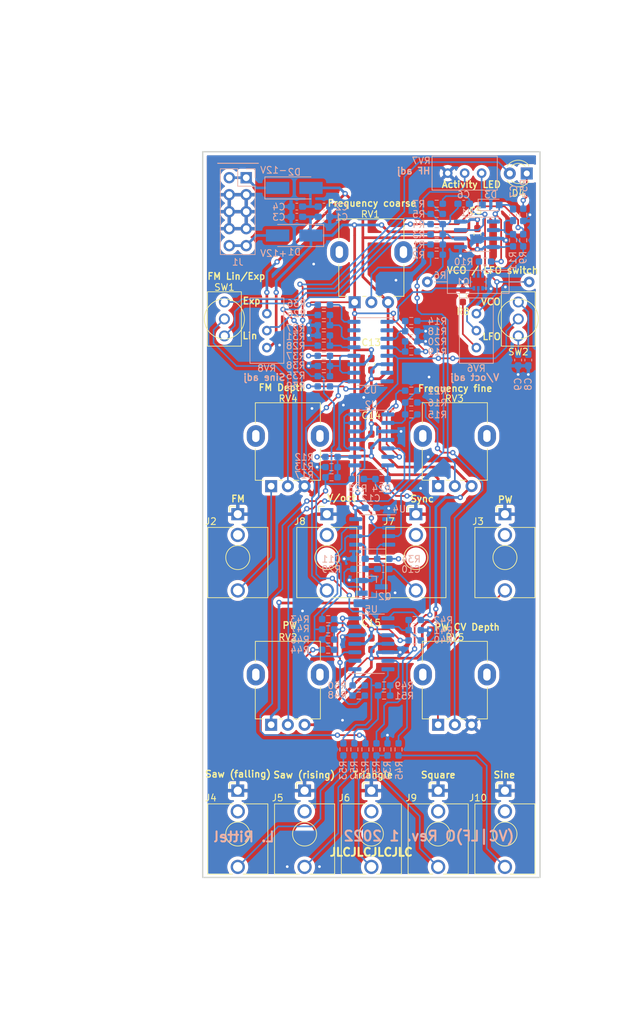
<source format=kicad_pcb>
(kicad_pcb (version 20211014) (generator pcbnew)
  (title_block (title "(VC|LF)O Oscillator") (date "2022-12-31") (rev "Rev. 1 2022") (company "L. Rittel"))
  (layers (0 "F.Cu" power) (31 "B.Cu" signal) (34 "B.Paste" user) (35 "F.Paste" user) (36 "B.SilkS" user "B.Silkscreen") (37 "F.SilkS" user "F.Silkscreen") (38 "B.Mask" user) (39 "F.Mask" user) (44 "Edge.Cuts" user))
  (net 0 "")
  (net 1 "+12V")
  (net 2 "GND")
  (net 3 "-12V")
  (net 4 "Net-(C6-Pad1)")
  (net 5 "Net-(C6-Pad2)")
  (net 6 "Net-(C7-Pad1)")
  (net 7 "Net-(C7-Pad2)")
  (net 8 "Net-(C8-Pad2)")
  (net 9 "Net-(C9-Pad2)")
  (net 10 "Net-(C10-Pad1)")
  (net 11 "SyncJack")
  (net 12 "Net-(C11-Pad2)")
  (net 13 "Net-(D1-Pad2)")
  (net 14 "Net-(D2-Pad1)")
  (net 15 "Net-(D3-Pad1)")
  (net 16 "Net-(D4-Pad1)")
  (net 17 "Net-(D4-Pad2)")
  (net 18 "Net-(J2-PadT)")
  (net 19 "Net-(J3-PadT)")
  (net 20 "Saw")
  (net 22 "SawInv")
  (net 24 "Tri")
  (net 26 "CVJack")
  (net 27 "Square")
  (net 29 "Sine")
  (net 31 "Net-(Q1-Pad2)")
  (net 32 "BiasCurrent")
  (net 33 "Net-(Q1-Pad4)")
  (net 34 "Net-(Q2-Pad1)")
  (net 35 "Net-(Q2-Pad3)")
  (net 36 "FCPot")
  (net 37 "FFPot")
  (net 38 "EFM")
  (net 39 "Net-(R5-Pad2)")
  (net 40 "Net-(R8-Pad1)")
  (net 41 "LFM")
  (net 42 "Net-(R12-Pad2)")
  (net 43 "Net-(R14-Pad1)")
  (net 44 "Net-(R14-Pad2)")
  (net 45 "PWPot")
  (net 46 "Net-(R15-Pad2)")
  (net 47 "PWCVPot")
  (net 48 "Net-(R19-Pad2)")
  (net 49 "Net-(R21-Pad2)")
  (net 50 "Net-(R23-Pad2)")
  (net 51 "Net-(R24-Pad2)")
  (net 52 "Net-(R26-Pad1)")
  (net 53 "Net-(R26-Pad2)")
  (net 54 "Net-(R28-Pad2)")
  (net 55 "Net-(R35-Pad2)")
  (net 56 "Net-(R36-Pad1)")
  (net 57 "Net-(R39-Pad2)")
  (net 58 "Net-(R40-Pad1)")
  (net 59 "Net-(R42-Pad1)")
  (net 60 "Net-(R43-Pad2)")
  (net 61 "Net-(R46-Pad2)")
  (net 62 "Net-(R47-Pad2)")
  (net 63 "Net-(R48-Pad2)")
  (net 64 "Net-(R49-Pad1)")
  (net 65 "Net-(R49-Pad2)")
  (net 66 "Net-(R51-Pad2)")
  (net 67 "Net-(RV4-Pad2)")
  (net 76 "Net-(R43-Pad1)")
  (net 77 "Net-(SW2-Pad2)")
  (footprint "Potentiometer_THT:Potentiometer_Alpha_RD901F-40-00D_Single_Vertical" (layer "F.Cu") (at 150.358 137.156295 90)
    (fp_text reference "RV5")
    (fp_text value "100k")
  )
  (footprint "Potentiometer_THT:Potentiometer_Alpha_RD901F-40-00D_Single_Vertical" (layer "F.Cu") (at 150.358 101.476295 90)
    (fp_text reference "RV3")
    (fp_text value "100k")
  )
  (footprint "Thonkiconn:Switch_Sub-Minitiature_Vertical" (layer "F.Cu") (at 162.358 76.486295)
    (fp_text reference "SW2")
    (fp_text value "SW_SPDT")
  )
  (footprint "Connector_Audio:Jack_3.5mm_QingPu_WQP-PJ398SM_Vertical_CircularHoles" (layer "F.Cu") (at 120.358 147.006295)
    (fp_text reference "J4")
    (fp_text value "AudioJack2_SwitchT")
  )
  (footprint "Connector_Audio:Jack_3.5mm_QingPu_WQP-PJ398SM_Vertical_CircularHoles" (layer "F.Cu") (at 133.691333 105.676295)
    (fp_text reference "J8")
    (fp_text value "AudioJack2_SwitchT")
  )
  (footprint "Connector_Audio:Jack_3.5mm_QingPu_WQP-PJ398SM_Vertical_CircularHoles" (layer "F.Cu") (at 150.358 147.006295)
    (fp_text reference "J9")
    (fp_text value "AudioJack2_SwitchT")
  )
  (footprint "Potentiometer_THT:Potentiometer_Alpha_RD901F-40-00D_Single_Vertical" (layer "F.Cu") (at 137.858 73.986295 90)
    (fp_text reference "RV1")
    (fp_text value "100k")
  )
  (footprint "Connector_Audio:Jack_3.5mm_QingPu_WQP-PJ398SM_Vertical_CircularHoles" (layer "F.Cu") (at 160.358 147.006295)
    (fp_text reference "J10")
    (fp_text value "AudioJack2_SwitchT")
  )
  (footprint "Resistor_SMD:R_0603_1608Metric_Pad0.98x0.95mm_HandSolder" (layer "F.Cu") (at 154.051 73.0485 90)
    (fp_text reference "R8")
    (fp_text value "402R")
  )
  (footprint "Capacitor_SMD:C_0603_1608Metric_Pad1.08x0.95mm_HandSolder" (layer "F.Cu") (at 140.358 83.265295 -90)
    (fp_text reference "C13")
    (fp_text value "100n")
  )
  (footprint "Capacitor_SMD:C_0603_1608Metric_Pad1.08x0.95mm_HandSolder" (layer "F.Cu") (at 140.358 94.568295 90)
    (fp_text reference "C14")
    (fp_text value "100n")
  )
  (footprint "Connector_Audio:Jack_3.5mm_QingPu_WQP-PJ398SM_Vertical_CircularHoles" (layer "F.Cu") (at 147.024666 105.676295)
    (fp_text reference "J7")
    (fp_text value "AudioJack2_SwitchT")
  )
  (footprint "Thonkiconn:Switch_Sub-Minitiature_Vertical" (layer "F.Cu") (at 118.358 76.486295 180)
    (fp_text reference "SW1")
    (fp_text value "SW_SPDT")
  )
  (footprint "Connector_Audio:Jack_3.5mm_QingPu_WQP-PJ398SM_Vertical_CircularHoles" (layer "F.Cu") (at 120.358 105.676295)
    (fp_text reference "J2")
    (fp_text value "AudioJack2_SwitchT")
  )
  (footprint "Potentiometer_THT:Potentiometer_Alpha_RD901F-40-00D_Single_Vertical" (layer "F.Cu") (at 125.358 101.486295 90)
    (fp_text reference "RV4")
    (fp_text value "100k")
  )
  (footprint "LED_THT:LED_D3.0mm_FlatTop" (layer "F.Cu") (at 163.623 54.736295 180)
    (fp_text reference "D4")
    (fp_text value "red")
  )
  (footprint "Potentiometer_THT:Potentiometer_Alpha_RD901F-40-00D_Single_Vertical" (layer "F.Cu") (at 125.358 137.156295 90)
    (fp_text reference "RV2")
    (fp_text value "100k")
  )
  (footprint "Connector_Audio:Jack_3.5mm_QingPu_WQP-PJ398SM_Vertical_CircularHoles" (layer "F.Cu") (at 130.358 147.006295)
    (fp_text reference "J5")
    (fp_text value "AudioJack2_SwitchT")
  )
  (footprint "Capacitor_SMD:C_0603_1608Metric_Pad1.08x0.95mm_HandSolder" (layer "F.Cu") (at 140.367 125.048295 -90)
    (fp_text reference "C15")
    (fp_text value "100n")
  )
  (footprint "Connector_Audio:Jack_3.5mm_QingPu_WQP-PJ398SM_Vertical_CircularHoles" (layer "F.Cu") (at 160.358 105.676295)
    (fp_text reference "J3")
    (fp_text value "AudioJack2_SwitchT")
  )
  (footprint "Connector_Audio:Jack_3.5mm_QingPu_WQP-PJ398SM_Vertical_CircularHoles" (layer "F.Cu") (at 140.358 147.006295)
    (fp_text reference "J6")
    (fp_text value "AudioJack2_SwitchT")
  )
  (footprint "Capacitor_SMD:C_0603_1608Metric_Pad1.08x0.95mm_HandSolder" (layer "F.Cu") (at 156.233 63.834295 -90)
    (fp_text reference "C5")
    (fp_text value "100n")
  )
  (footprint "Resistor_SMD:R_0603_1608Metric_Pad0.98x0.95mm_HandSolder" (layer "B.Cu") (at 146.844 123.016295 180)
    (fp_text reference "R41")
    (fp_text value "47k")
  )
  (footprint "Resistor_SMD:R_0603_1608Metric_Pad0.98x0.95mm_HandSolder" (layer "B.Cu") (at 146.327 81.360295 180)
    (fp_text reference "R19")
    (fp_text value "10k")
  )
  (footprint "Resistor_SMD:R_0603_1608Metric_Pad0.98x0.95mm_HandSolder" (layer "B.Cu") (at 146.327 87.202295 180)
    (fp_text reference "R21")
    (fp_text value "125k")
  )
  (footprint "Resistor_SMD:R_0603_1608Metric_Pad0.98x0.95mm_HandSolder" (layer "B.Cu") (at 134.389 98.632295)
    (fp_text reference "R13")
    (fp_text value "100k")
  )
  (footprint "Resistor_SMD:R_0603_1608Metric_Pad0.98x0.95mm_HandSolder" (layer "B.Cu") (at 146.327 79.836295)
    (fp_text reference "R20")
    (fp_text value "1k")
  )
  (footprint "Resistor_SMD:R_0603_1608Metric_Pad0.98x0.95mm_HandSolder" (layer "B.Cu") (at 133.246 78.947295)
    (fp_text reference "R31")
    (fp_text value "1k5")
  )
  (footprint "Capacitor_SMD:C_0603_1608Metric_Pad1.08x0.95mm_HandSolder" (layer "B.Cu") (at 129.199 59.69)
    (fp_text reference "C4")
    (fp_text value "100n")
  )
  (footprint "Resistor_SMD:R_0603_1608Metric_Pad0.98x0.95mm_HandSolder" (layer "B.Cu") (at 133.89 122.889295 180)
    (fp_text reference "R47")
    (fp_text value "10k")
  )
  (footprint "Capacitor_SMD:C_0603_1608Metric_Pad1.08x0.95mm_HandSolder" (layer "B.Cu") (at 138.58 112.348295)
    (fp_text reference "C11")
    (fp_text value "10n")
  )
  (footprint "Resistor_SMD:R_0603_1608Metric_Pad0.98x0.95mm_HandSolder" (layer "B.Cu") (at 138.326 100.410295)
    (fp_text reference "R23")
    (fp_text value "2k2")
  )
  (footprint "Resistor_SMD:R_0603_1608Metric_Pad0.98x0.95mm_HandSolder" (layer "B.Cu") (at 161.567 64.723295 90)
    (fp_text reference "R11")
    (fp_text value "1M2")
  )
  (footprint "Resistor_SMD:R_0603_1608Metric_Pad0.98x0.95mm_HandSolder" (layer "B.Cu") (at 138.462 132.795295 180)
    (fp_text reference "R48")
    (fp_text value "10k")
  )
  (footprint "Resistor_SMD:R_0603_1608Metric_Pad0.98x0.95mm_HandSolder" (layer "B.Cu") (at 133.246 83.519295)
    (fp_text reference "R38")
    (fp_text value "47k")
  )
  (footprint "Resistor_SMD:R_0603_1608Metric_Pad0.98x0.95mm_HandSolder" (layer "B.Cu") (at 150.137 59.262295)
    (fp_text reference "R7")
    (fp_text value "DNS")
  )
  (footprint "Capacitor_SMD:C_0603_1608Metric_Pad1.08x0.95mm_HandSolder" (layer "B.Cu") (at 161.567 60.913295 90)
    (fp_text reference "C7")
    (fp_text value "100p")
  )
  (footprint "Package_SO:SOIC-8_3.9x4.9mm_P1.27mm" (layer "B.Cu") (at 140.485 108.321295 180)
    (fp_text reference "U4")
    (fp_text value "ICM7555xB")
  )
  (footprint "Potentiometer_THT:Potentiometer_Bourns_3296W_Vertical" (layer "B.Cu") (at 156.083 75.692 90)
    (fp_text reference "RV6")
    (fp_text value "100R")
  )
  (footprint "Resistor_SMD:R_0603_1608Metric_Pad0.98x0.95mm_HandSolder" (layer "B.Cu") (at 141.12 140.843 -90)
    (fp_text reference "R32")
    (fp_text value "2k2")
  )
  (footprint "Resistor_SMD:R_0603_1608Metric_Pad0.98x0.95mm_HandSolder" (layer "B.Cu") (at 133.246 77.423295)
    (fp_text reference "R27")
    (fp_text value "1k5")
  )
  (footprint "Diode_SMD:D_SOD-323_HandSoldering" (layer "B.Cu") (at 158.242 59.436)
    (fp_text reference "D3")
    (fp_text value "1N4148")
  )
  (footprint "Resistor_SMD:R_0603_1608Metric_Pad0.98x0.95mm_HandSolder" (layer "B.Cu") (at 150.137 65.358295)
    (fp_text reference "R1")
    (fp_text value "100k")
  )
  (footprint "Package_SO:SOIC-16_3.9x9.9mm_P1.27mm" (layer "B.Cu") (at 140.231 81.360295 180)
    (fp_text reference "U3")
    (fp_text value "LM13700")
  )
  (footprint "Resistor_SMD:R_0603_1608Metric_Pad0.98x0.95mm_HandSolder" (layer "B.Cu") (at 150.137 66.882295)
    (fp_text reference "R2")
    (fp_text value "3M3")
  )
  (footprint "Package_SO:SOIC-8_3.9x4.9mm_P1.27mm" (layer "B.Cu") (at 156.168 63.834295 180)
    (fp_text reference "U1")
    (fp_text value "TL072")
  )
  (footprint "Resistor_SMD:R_0603_1608Metric_Pad0.98x0.95mm_HandSolder" (layer "B.Cu") (at 144.422 140.843 90)
    (fp_text reference "R45")
    (fp_text value "1k")
  )
  (footprint "Package_SO:SOIC-14_3.9x8.7mm_P1.27mm" (layer "B.Cu") (at 140.358 94.568295 180)
    (fp_text reference "U2")
    (fp_text value "TL074")
  )
  (footprint "Resistor_SMD:R_0603_1608Metric_Pad0.98x0.95mm_HandSolder" (layer "B.Cu") (at 133.89 121.365295)
    (fp_text reference "R43")
    (fp_text value "100k")
  )
  (footprint "Resistor_SMD:R_0603_1608Metric_Pad0.98x0.95mm_HandSolder" (layer "B.Cu") (at 163.091 60.913295 90)
    (fp_text reference "R54")
    (fp_text value "1k5")
  )
  (footprint "Resistor_SMD:R_0603_1608Metric_Pad0.98x0.95mm_HandSolder" (layer "B.Cu") (at 150.137 63.834295)
    (fp_text reference "R3")
    (fp_text value "100k")
  )
  (footprint "Capacitor_SMD:C_0603_1608Metric_Pad1.08x0.95mm_HandSolder" (layer "B.Cu") (at 133.263 59.69 180)
    (fp_text reference "C2")
    (fp_text value "10u")
  )
  (footprint "Resistor_SMD:R_0603_1608Metric_Pad0.98x0.95mm_HandSolder" (layer "B.Cu") (at 133.246 74.375295 180)
    (fp_text reference "R36")
    (fp_text value "47k")
  )
  (footprint "Resistor_SMD:R_0603_1608Metric_Pad0.98x0.95mm_HandSolder" (layer "B.Cu") (at 146.327 90.758295 180)
    (fp_text reference "R15")
    (fp_text value "330k")
  )
  (footprint "Capacitor_SMD:C_0603_1608Metric_Pad1.08x0.95mm_HandSolder" (layer "B.Cu") (at 140.296048 104.728295 180)
    (fp_text reference "C12")
    (fp_text value "100n")
  )
  (footprint "Resistor_SMD:R_0603_1608Metric_Pad0.98x0.95mm_HandSolder" (layer "B.Cu") (at 138.58 113.872295 180)
    (fp_text reference "R29")
    (fp_text value "100k")
  )
  (footprint "Diode_SMD:D_SMA_Handsoldering" (layer "B.Cu") (at 128.818 56.896)
    (fp_text reference "D2")
    (fp_text value "B130-13F")
  )
  (footprint "Resistor_SMD:R_0603_1608Metric_Pad0.98x0.95mm_HandSolder" (layer "B.Cu") (at 139.469 140.843 -90)
    (fp_text reference "R22")
    (fp_text value "1k")
  )
  (footprint "Diode_SMD:D_SMA_Handsoldering" (layer "B.Cu") (at 128.818 64.008 180)
    (fp_text reference "D1")
    (fp_text value "B130-13F")
  )
  (footprint "Resistor_SMD:R_0603_1608Metric_Pad0.98x0.95mm_HandSolder" (layer "B.Cu") (at 150.137 60.786295)
    (fp_text reference "R5")
    (fp_text value "DNS")
  )
  (footprint "Capacitor_SMD:C_0603_1608Metric_Pad1.08x0.95mm_HandSolder" (layer "B.Cu") (at 129.199 61.214 180)
    (fp_text reference "C3")
    (fp_text value "100n")
  )
  (footprint "Capacitor_SMD:C_0603_1608Metric_Pad1.08x0.95mm_HandSolder" (layer "B.Cu") (at 154.178 59.262295)
    (fp_text reference "C6")
    (fp_text value "100p")
  )
  (footprint "Package_TO_SOT_SMD:SOT-363_SC-70-6" (layer "B.Cu") (at 156.36 70.946295 90)
    (fp_text reference "Q1")
    (fp_text value "DMMT3906W")
  )
  (footprint "Resistor_SMD:R_0603_1608Metric_Pad0.98x0.95mm_HandSolder" (layer "B.Cu") (at 142.771 140.843 -90)
    (fp_text reference "R33")
    (fp_text value "2k")
  )
  (footprint "Resistor_SMD:R_0603_1608Metric_Pad0.98x0.95mm_HandSolder" (layer "B.Cu") (at 133.246 81.995295 180)
    (fp_text reference "R37")
    (fp_text value "100k")
  )
  (footprint "Resistor_SMD:R_0603_1608Metric_Pad0.98x0.95mm_HandSolder" (layer "B.Cu") (at 133.89 124.413295)
    (fp_text reference "R46")
    (fp_text value "125k")
  )
  (footprint "Resistor_SMD:R_0603_1608Metric_Pad0.98x0.95mm_HandSolder" (layer "B.Cu") (at 133.246 85.043295)
    (fp_text reference "R35")
    (fp_text value "33k")
  )
  (footprint "Resistor_SMD:R_0603_1608Metric_Pad0.98x0.95mm_HandSolder" (layer "B.Cu") (at 146.327 78.312295 180)
    (fp_text reference "R18")
    (fp_text value "1k")
  )
  (footprint "Resistor_SMD:R_0603_1608Metric_Pad0.98x0.95mm_HandSolder" (layer "B.Cu") (at 163.091 64.723295 -90)
    (fp_text reference "R9")
    (fp_text value "1M")
  )
  (footprint "Package_SO:SOIC-14_3.9x8.7mm_P1.27mm" (layer "B.Cu") (at 140.367 125.048295)
    (fp_text reference "U5")
    (fp_text value "TL074")
  )
  (footprint "Resistor_SMD:R_0603_1608Metric_Pad0.98x0.95mm_HandSolder" (layer "B.Cu") (at 142.263 131.271295)
    (fp_text reference "R49")
    (fp_text value "10k")
  )
  (footprint "Resistor_SMD:R_0603_1608Metric_Pad0.98x0.95mm_HandSolder" (layer "B.Cu") (at 142.136 112.348295 180)
    (fp_text reference "R34")
    (fp_text value "4k7")
  )
  (footprint "Potentiometer_THT:Potentiometer_Bourns_3296W_Vertical" (layer "B.Cu") (at 124.714 80.772 -90)
    (fp_text reference "RV8")
    (fp_text value "100k")
  )
  (footprint "Resistor_SMD:R_0603_1608Metric_Pad0.98x0.95mm_HandSolder" (layer "B.Cu") (at 136.167 140.843 -90)
    (fp_text reference "R53")
    (fp_text value "1k")
  )
  (footprint "Capacitor_SMD:C_0603_1608Metric_Pad1.08x0.95mm_HandSolder" (layer "B.Cu") (at 162.329 82.630295 90)
    (fp_text reference "C9")
    (fp_text value "22n")
  )
  (footprint "Capacitor_SMD:C_0603_1608Metric_Pad1.08x0.95mm_HandSolder" (layer "B.Cu") (at 142.136 113.872295)
    (fp_text reference "C10")
    (fp_text value "470p")
  )
  (footprint "Resistor_SMD:R_0603_1608Metric_Pad0.98x0.95mm_HandSolder" (layer "B.Cu") (at 146.844 121.492295 180)
    (fp_text reference "R42")
    (fp_text value "47k")
  )
  (footprint "Resistor_SMD:R_0603_1608Metric_Pad0.98x0.95mm_HandSolder" (layer "B.Cu") (at 157.376 67.898295)
    (fp_text reference "R10")
    (fp_text value "22k")
  )
  (footprint "Resistor_SMD:R_0603_1608Metric_Pad0.98x0.95mm_HandSolder" (layer "B.Cu") (at 141.882 100.410295)
    (fp_text reference "R24")
    (fp_text value "2M2")
  )
  (footprint "Potentiometer_THT:Potentiometer_Bourns_3296W_Vertical" (layer "B.Cu") (at 156.868 54.690295)
    (fp_text reference "RV7")
    (fp_text value "100k")
  )
  (footprint "Capacitor_SMD:C_0603_1608Metric_Pad1.08x0.95mm_HandSolder" (layer "B.Cu") (at 163.853 82.630295 90)
    (fp_text reference "C8")
    (fp_text value "2n2")
  )
  (footprint "Resistor_SMD:R_0603_1608Metric_Pad0.98x0.95mm_HandSolder" (layer "B.Cu") (at 146.327 76.788295 180)
    (fp_text reference "R14")
    (fp_text value "4k7")
  )
  (footprint "Capacitor_SMD:C_0603_1608Metric_Pad1.08x0.95mm_HandSolder" (layer "B.Cu") (at 133.263 61.214)
    (fp_text reference "C1")
    (fp_text value "10u")
  )
  (footprint "Resistor_SMD:R_0603_1608Metric_Pad0.98x0.95mm_HandSolder" (layer "B.Cu") (at 134.389 97.108295)
    (fp_text reference "R12")
    (fp_text value "20k")
  )
  (footprint "Resistor_SMD:R_0603_1608Metric_Pad0.98x0.95mm_HandSolder" (layer "B.Cu") (at 133.246 75.899295)
    (fp_text reference "R26")
    (fp_text value "3M3")
  )
  (footprint "Resistor_SMD:R_0603_1608Metric_Pad0.98x0.95mm_HandSolder" (layer "B.Cu") (at 150.137 62.310295)
    (fp_text reference "R4")
    (fp_text value "100k")
  )
  (footprint "Resistor_SMD:R_0603_1608Metric_Pad0.98x0.95mm_HandSolder" (layer "B.Cu") (at 137.818 140.843 -90)
    (fp_text reference "R52")
    (fp_text value "1k")
  )
  (footprint "Resistor_SMD:R_0603_1608Metric_Pad0.98x0.95mm_HandSolder" (layer "B.Cu") (at 146.327 88.980295 180)
    (fp_text reference "R16")
    (fp_text value "100k")
  )
  (footprint "Resistor_SMD:R_0603_1608Metric_Pad0.98x0.95mm_HandSolder" (layer "B.Cu") (at 133.246 80.471295)
    (fp_text reference "R28")
    (fp_text value "100k")
  )
  (footprint "Connector_PinHeader_2.54mm:PinHeader_2x05_P2.54mm_Vertical" (layer "B.Cu") (at 121.621 55.367 180)
    (fp_text reference "J1")
    (fp_text value "Conn_02x05_Odd_Even")
  )
  (footprint "Resistor_THT:R_Axial_DIN0309_L9.0mm_D3.2mm_P15.24mm_Horizontal" (layer "B.Cu") (at 148.74 70.946295)
    (fp_text reference "R6")
    (fp_text value "2k 3500ppm")
  )
  (footprint "Resistor_SMD:R_0603_1608Metric_Pad0.98x0.95mm_HandSolder" (layer "B.Cu") (at 133.246 86.567295)
    (fp_text reference "R39")
    (fp_text value "10k")
  )
  (footprint "Package_TO_SOT_SMD:SOT-23_Handsoldering" (layer "B.Cu") (at 140.358 116.539295)
    (fp_text reference "Q2")
    (fp_text value "BC847")
  )
  (footprint "Resistor_SMD:R_0603_1608Metric_Pad0.98x0.95mm_HandSolder" (layer "B.Cu") (at 138.462 131.271295 180)
    (fp_text reference "R50")
    (fp_text value "10k")
  )
  (footprint "Resistor_SMD:R_0603_1608Metric_Pad0.98x0.95mm_HandSolder" (layer "B.Cu") (at 142.263 132.795295 180)
    (fp_text reference "R51")
    (fp_text value "10k")
  )
  (footprint "Resistor_SMD:R_0603_1608Metric_Pad0.98x0.95mm_HandSolder" (layer "B.Cu") (at 146.844 124.540295 180)
    (fp_text reference "R40")
    (fp_text value "100k")
  )
  (footprint "Resistor_SMD:R_0603_1608Metric_Pad0.98x0.95mm_HandSolder" (layer "B.Cu") (at 133.89 125.937295)
    (fp_text reference "R44")
    (fp_text value "150k")
  )
  (footprint "Resistor_SMD:R_0603_1608Metric_Pad0.98x0.95mm_HandSolder" (layer "B.Cu") (at 134.389 100.156295 180)
    (fp_text reference "R17")
    (fp_text value "25k")
  )
  (gr_line (start 117.348 53.213) (end 123.444 53.213) (layer "B.SilkS") (width 0.15))
  (gr_rect locked (start 115.108 51.486295) (end 165.608 159.986295) (layer "Edge.Cuts") (width 0.2) (fill none))
  (gr_text "-12V" (at 125.73 54.229) (layer "B.SilkS") (effects (font (size 1 1)) (justify mirror)))
  (gr_text "V/oct adj" (at 155.829 85.217) (layer "B.SilkS") (effects (font (size 1 1) (thickness 0.2)) (justify mirror)))
  (gr_text "L. Rittel" (at 121.285 153.924) (layer "B.SilkS") (effects (font (size 1.5 1.5) (thickness 0.3)) (justify mirror)))
  (gr_text "HF adj" (at 146.685 54.356) (layer "B.SilkS") (effects (font (size 1 1) (thickness 0.2)) (justify mirror)))
  (gr_text "+12V" (at 125.73 66.675) (layer "B.SilkS") (effects (font (size 1 1)) (justify mirror)))
  (gr_text "Sine adj" (at 124.333 85.217) (layer "B.SilkS") (effects (font (size 1 1) (thickness 0.2)) (justify mirror)))
  (gr_text "(VC|LF)O Rev. 1 2022" (at 148.971 153.797) (layer "B.SilkS") (effects (font (size 1.5 1.5) (thickness 0.3)) (justify mirror)))
  (gr_text "LFO" (at 158.369 79.121) (layer "F.SilkS") (effects (font (size 1 1) (thickness 0.2))))
  (gr_text "PW CV Depth" (at 154.686 122.555) (layer "F.SilkS") (effects (font (size 1 1) (thickness 0.2))))
  (gr_text "Square" (at 150.368 144.653) (layer "F.SilkS") (effects (font (size 1 1) (thickness 0.2))))
  (gr_text "Triangle" (at 140.589 144.653) (layer "F.SilkS") (effects (font (size 1 1) (thickness 0.2))))
  (gr_text "Sine" (at 160.274 144.653) (layer "F.SilkS") (effects (font (size 1 1) (thickness 0.2))))
  (gr_text "V/oct" (at 135.89 103.251) (layer "F.SilkS") (effects (font (size 1 1) (thickness 0.2))))
  (gr_text "Saw (rising)" (at 130.302 144.653) (layer "F.SilkS") (effects (font (size 1 1) (thickness 0.2))))
  (gr_text "JLCJLCJLCJLC" (at 140.335 156.21) (layer "F.SilkS") (effects (font (size 1.2 1.2) (thickness 0.3))))
  (gr_text "Activity LED" (at 155.321 56.388) (layer "F.SilkS") (effects (font (size 1 1) (thickness 0.2))))
  (gr_text "PW" (at 160.401 103.505) (layer "F.SilkS") (effects (font (size 1 1) (thickness 0.2))))
  (gr_text "VCO" (at 158.242 73.914) (layer "F.SilkS") (effects (font (size 1 1) (thickness 0.2))))
  (gr_text "Frequency fine" (at 152.908 86.868) (layer "F.SilkS") (effects (font (size 1 1) (thickness 0.2))))
  (gr_text "FM Depth" (at 127 86.741) (layer "F.SilkS") (effects (font (size 1 1) (thickness 0.2))))
  (gr_text "PW" (at 128.143 122.301) (layer "F.SilkS") (effects (font (size 1 1) (thickness 0.2))))
  (gr_text "Frequency coarse" (at 140.462 59.182) (layer "F.SilkS") (effects (font (size 1 1) (thickness 0.2))))
  (gr_text "FM Lin/Exp" (at 120.142 70.104) (layer "F.SilkS") (effects (font (size 1 1) (thickness 0.2))))
  (gr_text "VCO / LFO switch" (at 158.496 69.215) (layer "F.SilkS") (effects (font (size 1 1) (thickness 0.2))))
  (gr_text "Exp" (at 122.428 73.787) (layer "F.SilkS") (effects (font (size 1 1) (thickness 0.2))))
  (gr_text "FM" (at 120.396 103.378) (layer "F.SilkS") (effects (font (size 1 1) (thickness 0.2))))
  (gr_text "Sync" (at 147.955 103.378) (layer "F.SilkS") (effects (font (size 1 1) (thickness 0.2))))
  (gr_text "Saw (falling)" (at 120.396 144.526) (layer "F.SilkS") (effects (font (size 1 1) (thickness 0.2))))
  (gr_text "Lin" (at 122.174 78.994) (layer "F.SilkS") (effects (font (size 1 1) (thickness 0.2))))
  (segment (start 137.858 96.981295) (end 137.858 101.005295) (width 0.4) (layer "F.Cu") (net 1))
  (segment (start 140.367 122.889295) (end 139.215 121.737295) (width 0.4) (layer "F.Cu") (net 1))
  (segment (start 140.358 82.402795) (end 140.358 81.106295) (width 0.4) (layer "F.Cu") (net 1))
  (segment (start 154.963 62.945295) (end 154.455 63.453295) (width 0.4) (layer "F.Cu") (net 1))
  (segment (start 144.676 124.540295) (end 143.025 122.889295) (width 0.25) (layer "F.Cu") (net 1))
  (segment (start 137.818 62.437295) (end 137.858 62.477295) (width 0.4) (layer "F.Cu") (net 1))
  (segment (start 139.215 105.998295) (end 137.945 104.728295) (width 0.4) (layer "F.Cu") (net 1))
  (segment (start 126.111 79.756) (end 125.095 80.772) (width 0.4) (layer "F.Cu") (net 1))
  (segment (start 137.818 81.995295) (end 137.858 82.035295) (width 0.25) (layer "F.Cu") (net 1))
  (segment (start 150.358 100.377295) (end 149.756 99.775295) (width 0.4) (layer "F.Cu") (net 1))
  (segment (start 140.367 124.185795) (end 140.367 122.898295) (width 0.4) (layer "F.Cu") (net 1))
  (segment (start 137.858 81.106295) (end 140.358 81.106295) (width 0.4) (layer "F.Cu") (net 1))
  (segment (start 137.858 78.606295) (end 137.858 81.106295) (width 0.4) (layer "F.Cu") (net 1))
  (segment (start 149.756 99.775295) (end 143.152 99.775295) (width 0.4) (layer "F.Cu") (net 1))
  (segment (start 154.963 61.802295) (end 154.963 62.945295) (width 0.4) (layer "F.Cu") (net 1))
  (segment (start 132.865 97.108295) (end 132.992 96.981295) (width 0.25) (layer "F.Cu") (net 1))
  (segment (start 137.858 96.981295) (end 137.858 82.035295) (width 0.4) (layer "F.Cu") (net 1))
  (segment (start 137.31 104.093295) (end 137.945 104.728295) (width 0.4) (layer "F.Cu") (net 1))
  (segment (start 156.233 61.618) (end 156.233 62.971795) (width 0.4) (layer "F.Cu") (net 1))
  (segment (start 140.376 122.889295) (end 140.367 122.898295) (width 0.25) (layer "F.Cu") (net 1))
  (segment (start 125.095 80.772) (end 124.714 80.772) (width 0.4) (layer "F.Cu") (net 1))
  (segment (start 142.898 63.453295) (end 141.882 62.437295) (width 0.4) (layer "F.Cu") (net 1))
  (segment (start 148.486 81.360295) (end 143.66 76.534295) (width 0.25) (layer "F.Cu") (net 1))
  (segment (start 154.455 63.453295) (end 142.898 63.453295) (width 0.4) (layer "F.Cu") (net 1))
  (segment (start 143.66 76.534295) (end 143.66 75.645295) (width 0.25) (layer "F.Cu") (net 1))
  (segment (start 137.858 62.477295) (end 137.858 64.001295) (width 0.4) (layer "F.Cu") (net 1))
  (segment (start 126.610552 118.952295) (end 139.215 118.952295) (width 0.4) (layer "F.Cu") (net 1))
  (segment (start 130.96 81.995295) (end 137.818 81.995295) (width 0.25) (layer "F.Cu") (net 1))
  (segment (start 156.233 61.618) (end 155.147295 61.618) (width 0.4) (layer "F.Cu") (net 1))
  (segment (start 140.358 96.981295) (end 140.358 95.430795) (width 0.4) (layer "F.Cu") (net 1))
  (segment (start 139.215 121.737295) (end 139.215 118.952295) (width 0.4) (layer "F.Cu") (net 1))
  (segment (start 143.025 122.889295) (end 140.376 122.889295) (width 0.25) (layer "F.Cu") (net 1))
  (segment (start 137.31 101.553295) (end 137.31 104.093295) (width 0.4) (layer "F.Cu") (net 1))
  (segment (start 137.858 73.986295) (end 137.858 64.001295) (width 0.4) (layer "F.Cu") (net 1))
  (segment (start 144.422 112.348295) (end 139.342 112.348295) (width 0.25) (layer "F.Cu") (net 1))
  (segment (start 137.858 82.035295) (end 137.858 78.606295) (width 0.4) (layer "F.Cu") (net 1))
  (segment (start 139.215 112.475295) (end 139.215 105.998295) (width 0.4) (layer "F.Cu") (net 1))
  (segment (start 126.530257 118.872) (end 126.610552 118.952295) (width 0.4) (layer "F.Cu") (net 1))
  (segment (start 139.215 96.981295) (end 137.858 96.981295) (width 0.4) (layer "F.Cu") (net 1))
  (segment (start 131.349 73.986295) (end 137.858 73.986295) (width 0.25) (layer "F.Cu") (net 1))
  (segment (start 140.358 96.981295) (end 139.215 96.981295) (width 0.4) (layer "F.Cu") (net 1))
  (segment (start 140.367 122.898295) (end 140.367 122.889295) (width 0.4) (layer "F.Cu") (net 1))
  (segment (start 130.96 74.375295) (end 131.349 73.986295) (width 0.25) (layer "F.Cu") (net 1))
  (segment (start 132.992 96.981295) (end 137.858 96.981295) (width 0.25) (layer "F.Cu") (net 1))
  (segment (start 139.342 112.348295) (end 139.215 112.475295) (width 0.25) (layer "F.Cu") (net 1))
  (segment (start 155.147295 61.618) (end 154.963 61.802295) (width 0.4) (layer "F.Cu") (net 1))
  (segment (start 137.858 101.005295) (end 137.31 101.553295) (width 0.4) (layer "F.Cu") (net 1))
  (segment (start 139.215 118.952295) (end 139.215 112.475295) (width 0.4) (layer "F.Cu") (net 1))
  (segment (start 143.152 99.775295) (end 140.358 96.981295) (width 0.4) (layer "F.Cu") (net 1))
  (segment (start 126.111 72.517) (end 126.111 79.756) (width 0.4) (layer "F.Cu") (net 1))
  (segment (start 132.23 97.108295) (end 132.865 97.108295) (width 0.25) (layer "F.Cu") (net 1))
  (segment (start 137.858 73.986295) (end 137.858 78.606295) (width 0.4) (layer "F.Cu") (net 1))
  (segment (start 150.358 101.476295) (end 150.358 100.377295) (width 0.4) (layer "F.Cu") (net 1))
  (via (at 140.358 81.106295) (size 0.8) (drill 0.4) (layers "F.Cu" "B.Cu") (net 1))
  (via (at 130.96 81.995295) (size 0.8) (drill 0.4) (layers "F.Cu" "B.Cu") (net 1))
  (via (at 137.818 62.437295) (size 0.8) (drill 0.4) (layers "F.Cu" "B.Cu") (net 1))
  (via (at 156.233 61.618) (size 0.8) (drill 0.4) (layers "F.Cu" "B.Cu") (net 1))
  (via (at 137.945 104.728295) (size 0.8) (drill 0.4) (layers "F.Cu" "B.Cu") (net 1))
  (via (at 132.23 97.108295) (size 0.8) (drill 0.4) (layers "F.Cu" "B.Cu") (net 1))
  (via (at 141.882 62.437295) (size 0.8) (drill 0.4) (layers "F.Cu" "B.Cu") (net 1))
  (via (at 140.358 96.981295) (size 0.8) (drill 0.4) (layers "F.Cu" "B.Cu") (net 1))
  (via (at 126.111 72.517) (size 0.8) (drill 0.4) (layers "F.Cu" "B.Cu") (net 1))
  (via (at 137.858 75.685295) (size 0.8) (drill 0.4) (layers "F.Cu" "B.Cu") (net 1))
  (via (at 130.96 74.375295) (size 0.8) (drill 0.4) (layers "F.Cu" "B.Cu") (net 1))
  (via (at 126.530257 118.872) (size 0.8) (drill 0.4) (layers "F.Cu" "B.Cu") (net 1))
  (via (at 148.486 81.360295) (size 0.8) (drill 0.4) (layers "F.Cu" "B.Cu") (net 1))
  (via (at 144.676 124.540295) (size 0.8) (drill 0.4) (layers "F.Cu" "B.Cu") (net 1))
  (via (at 140.367 122.898295) (size 0.8) (drill 0.4) (layers "F.Cu" "B.Cu") (net 1))
  (via (at 143.66 75.645295) (size 0.8) (drill 0.4) (layers "F.Cu" "B.Cu") (net 1))
  (via (at 144.422 112.348295) (size 0.8) (drill 0.4) (layers "F.Cu" "B.Cu") (net 1))
  (segment (start 132.3335 74.375295) (end 130.96 74.375295) (width 0.25) (layer "B.Cu") (net 1))
  (segment (start 141.882 62.437295) (end 137.818 62.437295) (width 0.4) (layer "B.Cu") (net 1))
  (segment (start 138.01 106.416295) (end 138.01 104.793295) (width 0.4) (layer "B.Cu") (net 1))
  (segment (start 125.358 135.919257) (end 125.358 137.156295) (width 0.4) (layer "B.Cu") (net 1))
  (segment (start 137.756 83.265295) (end 139.215 83.265295) (width 0.4) (layer "B.Cu") (net 1))
  (segment (start 154.859705 61.929295) (end 153.693 61.929295) (width 0.4) (layer "B.Cu") (net 1))
  (segment (start 131.318 64.008) (end 134.493 64.008) (width 0.4) (layer "B.Cu") (net 1))
  (segment (start 143.0485 112.348295) (end 144.422 112.348295) (width 0.25) (layer "B.Cu") (net 1))
  (segment (start 133.4765 97.108295) (end 132.23 97.108295) (width 0.25) (layer "B.Cu") (net 1))
  (segment (start 131.358 61.214) (end 132.4005 61.214) (width 0.4) (layer "B.Cu") (net 1))
  (segment (start 126.111 72.517) (end 126.111 70.842295) (width 0.4) (layer "B.Cu") (net 1))
  (segment (start 131.231 61.341) (end 131.358 61.214) (width 0.4) (layer "B.Cu") (net 1))
  (segment (start 148.486 81.360295) (end 147.2395 81.360295) (width 0.25) (layer "B.Cu") (net 1))
  (segment (start 140.358 82.122295) (end 140.358 81.106295) (width 0.4) (layer "B.Cu") (net 1))
  (segment (start 137.898 75.645295) (end 137.858 75.685295) (width 0.25) (layer "B.Cu") (net 1))
  (segment (start 132.3335 81.995295) (end 130.96 81.995295) (width 0.25) (layer "B.Cu") (net 1))
  (segment (start 126.111 70.842295) (end 131.318 65.635295) (width 0.4) (layer "B.Cu") (net 1))
  (segment (start 139.342 125.048295) (end 140.367 124.023295) (width 0.4) (layer "B.Cu") (net 1))
  (segment (start 126.530257 134.747) (end 125.358 135.919257) (width 0.4) (layer "B.Cu") (net 1))
  (segment (start 131.318 65.635295) (end 131.318 64.008) (width 0.4) (layer "B.Cu") (net 1))
  (segment (start 143.66 75.645295) (end 137.898 75.645295) (width 0.25) (layer "B.Cu") (net 1))
  (segment (start 139.215 83.265295) (end 140.358 82.122295) (width 0.4) (layer "B.Cu") (net 1))
  (segment (start 131.318 64.008) (end 131.231 63.921) (width 0.4) (layer "B.Cu") (net 1))
  (segment (start 138.01 104.793295) (end 137.945 104.728295) (width 0.4) (layer "B.Cu") (net 1))
  (segment (start 126.530257 118.872) (end 126.530257 134.747) (width 0.4) (layer "B.Cu") (net 1))
  (segment (start 137.892 125.048295) (end 139.342 125.048295) (width 0.4) (layer "B.Cu") (net 1))
  (segment (start 139.433548 104.728295) (end 137.945 104.728295) (width 0.4) (layer "B.Cu") (net 1))
  (segment (start 142.833 94.568295) (end 141.501 94.568295) (width 0.4) (layer "B.Cu") (net 1))
  (segment (start 131.231 63.921) (end 131.231 61.341) (width 0.4) (layer "B.Cu") (net 1))
  (segment (start 141.501 94.568295) (end 140.358 95.711295) (width 0.4) (layer "B.Cu") (net 1))
  (segment (start 136.063705 62.437295) (end 137.818 62.437295) (width 0.4) (layer "B.Cu") (net 1))
  (segment (start 134.493 64.008) (end 136.063705 62.437295) (width 0.4) (layer "B.Cu") (net 1))
  (segment (start 155.171 61.618) (end 154.859705 61.929295) (width 0.4) (layer "B.Cu") (net 1))
  (segment (start 130.0615 61.214) (end 131.358 61.214) (width 0.4) (layer "B.Cu") (net 1))
  (segment (start 140.367 124.023295) (end 140.367 122.898295) (width 0.4) (layer "B.Cu") (net 1))
  (segment (start 156.233 61.618) (end 155.171 61.618) (width 0.4) (layer "B.Cu") (net 1))
  (segment (start 145.9315 124.540295) (end 144.676 124.540295) (width 0.25) (layer "B.Cu") (net 1))
  (segment (start 140.358 95.711295) (end 140.358 96.981295) (width 0.4) (layer "B.Cu") (net 1))
  (segment (start 154.051 70.8895) (end 154.051 72.136) (width 0.25) (layer "F.Cu") (net 2))
  (via (at 136.04 124.032295) (size 0.8) (drill 0.4) (layers "F.Cu" "B.Cu") (net 2))
  (via (at 136.294 112.348295) (size 0.8) (drill 0.4) (layers "F.Cu" "B.Cu") (net 2))
  (via (at 147.724 101.807295) (size 0.8) (drill 0.4) (layers "F.Cu" "B.Cu") (net 2))
  (via (at 131.468 89.869295) (size 0.8) (drill 0.4) (layers "F.Cu" "B.Cu") (net 2))
  (via (at 131.722 68.279295) (size 0.8) (drill 0.4) (layers "F.Cu" "B.Cu") (net 2))
  (via (at 127.762 158.369) (size 0.8) (drill 0.4) (layers "F.Cu" "B.Cu") (net 2))
  (via (at 154.051 70.8895) (size 0.8) (drill 0.4) (layers "F.Cu" "B.Cu") (net 2))
  (via (at 142.771 138.7075) (size 0.8) (drill 0.4) (layers "F.Cu" "B.Cu") (net 2))
  (via (at 148.994 85.170295) (size 0.8) (drill 0.4) (layers "F.Cu" "B.Cu") (net 2))
  (via (at 164.107 60.913295) (size 0.8) (drill 0.4) (layers "F.Cu" "B.Cu") (net 2))
  (via (at 158.265 71.962295) (size 0.8) (drill 0.4) (layers "F.Cu" "B.Cu") (net 2))
  (via (at 132.588 158.369) (size 0.8) (drill 0.4) (layers "F.Cu" "B.Cu") (net 2))
  (via (at 132.23 98.632295) (size 0.8) (drill 0.4) (layers "F.Cu" "B.Cu") (net 2))
  (via (at 130.048 120.142) (size 0.8) (drill 0.4) (layers "F.Cu" "B.Cu") (net 2))
  (via (at 130.96 78.947295) (size 0.8) (drill 0.4) (layers "F.Cu" "B.Cu") (net 2))
  (via (at 149.121 123.016295) (size 0.8) (drill 0.4) (layers "F.Cu" "B.Cu") (net 2))
  (via (at 136.04 136.478295) (size 0.8) (drill 0.4) (layers "F.Cu" "B.Cu") (net 2))
  (via (at 162.329 84.789295) (size 0.8) (drill 0.4) (layers "F.Cu" "B.Cu") (net 2))
  (via (at 153.693 67.046795) (size 0.8) (drill 0.4) (layers "F.Cu" "B.Cu") (net 2))
  (via (at 143.914 117.428295) (size 0.8) (drill 0.4) (layers "F.Cu" "B.Cu") (net 2))
  (via (at 148.867 97.108295) (size 0.8) (drill 0.4) (layers "F.Cu" "B.Cu") (net 2))
  (via (at 160.424 71.708295) (size 0.8) (drill 0.4) (layers "F.Cu" "B.Cu") (net 2))
  (via (at 130.96 83.519295) (size 0.8) (drill 0.4) (layers "F.Cu" "B.Cu") (net 2))
  (via (at 148.486 79.836295) (size 0.8) (drill 0.4) (layers "F.Cu" "B.Cu") (net 2))
  (via (at 160.5135 64.723295) (size 0.8) (drill 0.4) (layers "F.Cu" "B.Cu") (net 2))
  (via (at 126.619 80.391) (size 0.8) (drill 0.4) (layers "F.Cu" "B.Cu") (net 2))
  (via (at 144.041 70.692295) (size 0.8) (drill 0.4) (layers "F.Cu" "B.Cu") (net 2))
  (via (at 130.96 77.423295) (size 0.8) (drill 0.4) (layers "F.Cu" "B.Cu") (net 2))
  (via (at 142.96 104.793295) (size 0.8) (drill 0.4) (layers "F.Cu" "B.Cu") (net 2))
  (via (at 148.486 78.312295) (size 0.8) (drill 0.4) (layers "F.Cu" "B.Cu") (net 2))
  (via (at 137.056 115.523295) (size 0.8) (drill 0.4) (layers "F.Cu" "B.Cu") (net 2))
  (via (at 136.167 89.361295) (size 0.8) (drill 0.4) (layers "F.Cu" "B.Cu") (net 2))
  (via (at 139.215 88.218295) (size 0.8) (drill 0.4) (layers "F.Cu" "B.Cu") (net 2))
  (via (at 144.676 126.318295) (size 0.8) (drill 0.4) (layers "F.Cu" "B.Cu") (net 2))
  (via (at 144.803 93.298295) (size 0.8) (drill 0.4) (layers "F.Cu" "B.Cu") (net 2))
  (via (at 163.853 84.789295) (size 0.8) (drill 0.4) (layers "F.Cu" "B.Cu") (net 2))
  (segment (start 132.3335 77.423295) (end 130.96 77.423295) (width 0.25) (layer "B.Cu") (net 2))
  (segment (start 160.043 64.723295) (end 160.5135 64.723295) (width 0.25) (layer "B.Cu") (net 2))
  (segment (start 141.158548 104.728295) (end 142.895 104.728295) (width 0.4) (layer "B.Cu") (net 2))
  (segment (start 163.1945 61.825795) (end 164.107 60.913295) (width 0.25) (layer "B.Cu") (net 2))
  (segment (start 147.2395 79.836295) (end 148.486 79.836295) (width 0.25) (layer "B.Cu") (net 2))
  (segment (start 137.7175 112.348295) (end 136.294 112.348295) (width 0.25) (layer "B.Cu") (net 2))
  (segment (start 142.771 139.9775) (end 142.771 138.7075) (width 0.25) (layer "B.Cu") (net 2))
  (segment (start 153.693 65.739295) (end 153.693 67.046795) (width 0.25) (layer "B.Cu") (net 2))
  (segment (start 162.329 83.492795) (end 162.329 84.789295) (width 0.25) (layer "B.Cu") (net 2))
  (segment (start 133.4765 98.632295) (end 132.23 98.632295) (width 0.25) (layer "B.Cu") (net 2))
  (segment (start 142.833 93.298295) (end 144.803 93.298295) (width 0.25) (layer "B.Cu") (net 2))
  (segment (start 147.2395 78.312295) (end 148.486 78.312295) (width 0.25) (layer "B.Cu") (net 2))
  (segment (start 142.842 126.318295) (end 144.676 126.318295) (width 0.25) (layer "B.Cu") (net 2))
  (segment (start 132.3335 83.519295) (end 130.96 83.519295) (width 0.25) (layer "B.Cu") (net 2))
  (segment (start 137.892 123.778295) (end 136.294 123.778295) (width 0.25) (layer "B.Cu") (net 2))
  (segment (start 158.643 64.469295) (end 159.789 64.469295) (width 0.25) (layer "B.Cu") (net 2))
  (segment (start 142.895 104.728295) (end 142.96 104.793295) (width 0.4) (layer "B.Cu") (net 2))
  (segment (start 157.01 71.896295) (end 158.199 71.896295) (width 0.25) (layer "B.Cu") (net 2))
  (segment (start 147.7565 123.016295) (end 149.121 123.016295) (width 0.25) (layer "B.Cu") (net 2))
  (segment (start 159.789 64.469295) (end 160.043 64.723295) (width 0.25) (layer "B.Cu") (net 2))
  (segment (start 136.294 123.778295) (end 136.04 124.032295) (width 0.25) (layer "B.Cu") (net 2))
  (segment (start 132.3335 78.947295) (end 130.96 78.947295) (width 0.25) (layer "B.Cu") (net 2))
  (segment (start 137.122 115.589295) (end 137.056 115.523295) (width 0.25) (layer "B.Cu") (net 2))
  (segment (start 138.858 115.589295) (end 137.122 115.589295) (width 0.25) (layer "B.Cu") (net 2))
  (segment (start 158.199 71.896295) (end 158.265 71.962295) (width 0.25) (layer "B.Cu") (net 2))
  (segment (start 163.091 61.825795) (end 163.1945 61.825795) (width 0.25) (layer "B.Cu") (net 2))
  (segment (start 142.96 104.793295) (end 142.96 106.416295) (width 0.4) (layer "B.Cu") (net 2))
  (segment (start 163.853 83.492795) (end 163.853 84.789295) (width 0.25) (layer "B.Cu") (net 2))
  (segment (start 147.978 122.381295) (end 148.613 121.746295) (width 0.4) (layer "F.Cu") (net 3))
  (segment (start 139.088 60.405295) (end 139.088 64.342295) (width 0.4) (layer "F.Cu") (net 3))
  (segment (start 155.344 66.063) (end 154.963 65.682) (width 0.4) (layer "F.Cu") (net 3))
  (segment (start 130.556 126.976295) (end 130.556 130.683) (width 0.25) (layer "F.Cu") (net 3))
  (segment (start 139.088 64.342295) (end 139.088 70.184295) (width 0.4) (layer "F.Cu") (net 3))
  (segment (start 140.358 127.207295) (end 147.1525 127.207295) (width 0.4) (layer "F.Cu") (net 3))
  (segment (start 156.233 66.063) (end 155.344 66.063) (width 0.4) (layer "F.Cu") (net 3))
  (segment (start 136.432853 57.750147) (end 139.088 60.405295) (width 0.4) (layer "F.Cu") (net 3))
  (segment (start 139.723 127.207295) (end 140.358 127.207295) (width 0.25) (layer "F.Cu") (net 3))
  (segment (start 150.01 121.238295) (end 150.01 119.841295) (width 0.4) (layer "F.Cu") (net 3))
  (segment (start 149.502 121.746295) (end 150.01 121.238295) (width 0.4) (layer "F.Cu") (net 3))
  (segment (start 140.993 92.155295) (end 141.628 92.790295) (width 0.4) (layer "F.Cu") (net 3))
  (segment (start 140.358 125.919795) (end 140.358 127.207295) (width 0.4) (layer "F.Cu") (net 3))
  (segment (start 140.367 125.910795) (end 140.358 125.919795) (width 0.4) (layer "F.Cu") (net 3))
  (segment (start 131.740962 137.156295) (end 140.358 128.539257) (width 0.4) (layer "F.Cu") (net 3))
  (segment (start 126.238 67.945) (end 136.432853 57.750147) (width 0.4) (layer "F.Cu") (net 3))
  (segment (start 131.779295 131.906295) (end 135.024 131.906295) (width 0.25) (layer "F.Cu") (net 3))
  (segment (start 124.714 72.517) (end 124.714 75.692) (width 0.4) (layer "F.Cu") (net 3))
  (segment (start 140.358 85.424295) (end 140.358 92.155295) (width 0.4) (layer "F.Cu") (net 3))
  (segment (start 141.628 95.965295) (end 144.295 98.632295) (width 0.4) (layer "F.Cu") (net 3))
  (segment (start 142.858 84.194295) (end 141.628 85.424295) (width 0.4) (layer "F.Cu") (net 3))
  (segment (start 154.963 65.682) (end 154.963 64.723295) (width 0.4) (layer "F.Cu") (net 3))
  (segment (start 139.088 70.184295) (end 142.858 73.954295) (width 0.4) (layer "F.Cu") (net 3))
  (segment (start 148.613 121.746295) (end 149.502 121.746295) (width 0.4) (layer "F.Cu") (net 3))
  (segment (start 147.1525 127.207295) (end 147.978 126.381795) (width 0.4) (layer "F.Cu") (net 3))
  (segment (start 154.963 64.723295) (end 154.582 64.342295) (width 0.4) (layer "F.Cu") (net 3))
  (segment (start 147.978 126.381795) (end 147.978 122.381295) (width 0.4) (layer "F.Cu") (net 3))
  (segment (start 142.858 73.986295) (end 142.858 84.194295) (width 0.4) (layer "F.Cu") (net 3))
  (segment (start 140.358 92.155295) (end 140.358 93.705795) (width 0.4) (layer "F.Cu") (net 3))
  (segment (start 136.167 86.567295) (end 136.548 86.948295) (width 0.25) (layer "F.Cu") (net 3))
  (segment (start 140.358 128.539257) (end 140.358 127.207295) (width 0.4) (layer "F.Cu") (net 3))
  (segment (start 130.556 130.683) (end 131.779295 131.906295) (width 0.25) (layer "F.Cu") (net 3))
  (segment (start 152.514 98.632295) (end 155.358 101.476295) (width 0.4) (layer "F.Cu") (net 3))
  (segment (start 154.582 64.342295) (end 139.088 64.342295) (width 0.4) (layer "F.Cu") (net 3))
  (segment (start 141.628 92.790295) (end 141.628 95.965295) (width 0.4) (layer "F.Cu") (net 3))
  (segment (start 131.740962 137.156295) (end 130.358 137.156295) (width 0.4) (layer "F.Cu") (net 3))
  (segment (start 135.024 131.906295) (end 139.723 127.207295) (width 0.25) (layer "F.Cu") (net 3))
  (segment (start 142.858 73.954295) (end 142.858 73.986295) (width 0.4) (layer "F.Cu") (net 3))
  (segment (start 153.6615 103.172795) (end 155.358 101.476295) (width 0.4) (layer "F.Cu") (net 3))
  (segment (start 130.96 86.567295) (end 136.167 86.567295) (width 0.25) (layer "F.Cu") (net 3))
  (segment (start 131.595 125.937295) (end 130.556 126.976295) (width 0.25) (layer "F.Cu") (net 3))
  (segment (start 144.295 98.632295) (end 152.514 98.632295) (width 0.4) (layer "F.Cu") (net 3))
  (segment (start 141.628 85.424295) (end 140.358 85.424295) (width 0.4) (layer "F.Cu") (net 3))
  (segment (start 140.358 84.127795) (end 140.358 85.424295) (width 0.4) (layer "F.Cu") (net 3))
  (segment (start 156.233 64.696795) (end 156.233 66.063) (width 0.4) (layer "F.Cu") (net 3))
  (segment (start 140.358 92.155295) (end 140.993 92.155295) (width 0.4) (layer "F.Cu") (net 3))
  (via (at 130.96 86.567295) (size 0.8) (drill 0.4) (layers "F.Cu" "B.Cu") (net 3))
  (via (at 126.238 67.945) (size 0.8) (drill 0.4) (layers "F.Cu" "B.Cu") (net 3))
  (via (at 136.432853 57.750147) (size 0.8) (drill 0.4) (layers "F.Cu" "B.Cu") (net 3))
  (via (at 156.233 66.063) (size 0.8) (drill 0.4) (layers "F.Cu" "B.Cu") (net 3))
  (via (at 140.358 85.424295) (size 0.8) (drill 0.4) (layers "F.Cu" "B.Cu") (net 3))
  (via (at 140.358 127.207295) (size 0.8) (drill 0.4) (layers "F.Cu" "B.Cu") (net 3))
  (via (at 140.358 92.155295) (size 0.8) (drill 0.4) (layers "F.Cu" "B.Cu") (net 3))
  (via (at 153.6615 103.172795) (size 0.8) (drill 0.4) (layers "F.Cu" "B.Cu") (net 3))
  (via (at 150.01 119.841295) (size 0.8) (drill 0.4) (layers "F.Cu" "B.Cu") (net 3))
  (via (at 136.548 86.948295) (size 0.8) (drill 0.4) (layers "F.Cu" "B.Cu") (net 3))
  (via (at 131.595 125.937295) (size 0.8) (drill 0.4) (layers "F.Cu" "B.Cu") (net 3))
  (via (at 124.714 72.517) (size 0.8) (drill 0.4) (layers "F.Cu" "B.Cu") (net 3))
  (segment (start 157.272705 65.739295) (end 158.643 65.739295) (width 0.4) (layer "B.Cu") (net 3))
  (segment (start 151.4385 103.172795) (end 153.6615 103.172795) (width 0.4) (layer "B.Cu") (net 3))
  (segment (start 130.0615 59.69) (end 131.231 59.69) (width 0.4) (layer "B.Cu") (net 3))
  (segment (start 136.432853 57.750147) (end 135.578706 56.896) (width 0.4) (layer "B.Cu") (net 3))
  (segment (start 150.01 104.601295) (end 151.4385 103.172795) (width 0.4) (layer "B.Cu") (net 3))
  (segment (start 160.424 65.739295) (end 160.551 65.612295) (width 0.25) (layer "B.Cu") (net 3))
  (segment (start 138.834 86.948295) (end 136.548 86.948295) (width 0.25) (layer "B.Cu") (net 3))
  (segment (start 132.9775 125.937295) (end 131.595 125.937295) (width 0.25) (layer "B.Cu") (net 3))
  (segment (start 140.358 125.937295) (end 140.358 127.207295) (width 0.4) (layer "B.Cu") (net 3))
  (segment (start 141.247 125.048295) (end 140.358 125.937295) (width 0.4) (layer "B.Cu") (net 3))
  (segment (start 141.247 83.265295) (end 140.358 84.154295) (width 0.4) (layer "B.Cu") (net 3))
  (segment (start 139.342 94.568295) (end 137.883 94.568295) (width 0.4) (layer "B.Cu") (net 3))
  (segment (start 150.01 119.841295) (end 150.01 104.601295) (width 0.4) (layer "B.Cu") (net 3))
  (segment (start 140.358 85.424295) (end 138.834 86.948295) (width 0.25) (layer "B.Cu") (net 3))
  (segment (start 158.643 65.739295) (end 160.424 65.739295) (width 0.25) (layer "B.Cu") (net 3))
  (segment (start 124.714 69.469) (end 124.714 72.517) (width 0.4) (layer "B.Cu") (net 3))
  (segment (start 142.842 125.048295) (end 141.247 125.048295) (width 0.4) (layer "B.Cu") (net 3))
  (segment (start 135.578706 56.896) (end 131.318 56.896) (width 0.4) (layer "B.Cu") (net 3))
  (segment (start 131.318 56.896) (end 131.231 56.983) (width 0.4) (layer "B.Cu") (net 3))
  (segment (start 156.949 66.063) (end 157.272705 65.739295) (width 0.4) (layer "B.Cu") (net 3))
  (segment (start 131.231 56.983) (end 131.231 59.69) (width 0.4) (layer "B.Cu") (net 3))
  (segment (start 131.231 59.69) (end 132.4005 59.69) (width 0.4) (layer "B.Cu") (net 3))
  (segment (start 126.238 67.945) (end 124.714 69.469) (width 0.4) (layer "B.Cu") (net 3))
  (segment (start 160.551 65.612295) (end 161.516 65.612295) (width 0.25) (layer "B.Cu") (net 3))
  (segment (start 132.3335 86.567295) (end 130.96 86.567295) (width 0.25) (layer "B.Cu") (net 3))
  (segment (start 140.358 84.154295) (end 140.358 85.424295) (width 0.4) (layer "B.Cu") (net 3))
  (segment (start 140.358 92.155295) (end 140.358 93.552295) (width 0.4) (layer "B.Cu") (net 3))
  (segment (start 142.706 83.265295) (end 141.247 83.265295) (width 0.4) (layer "B.Cu") (net 3))
  (segment (start 156.233 66.063) (end 156.949 66.063) (width 0.4) (layer "B.Cu") (net 3))
  (segment (start 140.358 93.552295) (end 139.342 94.568295) (width 0.4) (layer "B.Cu") (net 3))
  (segment (start 152.423 64.469295) (end 153.693 64.469295) (width 0.25) (layer "B.Cu") (net 4))
  (segment (start 152.423 64.469295) (end 151.788 63.834295) (width 0.25) (layer "B.Cu") (net 4))
  (segment (start 153.439 57.484295) (end 154.328 56.595295) (width 0.25) (layer "B.Cu") (net 4))
  (segment (start 151.788 62.310295) (end 152.169 61.929295) (width 0.25) (layer "B.Cu") (net 4))
  (segment (start 150.899 62.310295) (end 149.375 60.786295) (width 0.25) (layer "B.Cu") (net 4))
  (segment (start 151.0495 62.310295) (end 151.788 62.310295) (width 0.25) (layer "B.Cu") (net 4))
  (segment (start 153.3155 59.9175) (end 153.3155 59.262295) (width 0.25) (layer "B.Cu") (net 4))
  (segment (start 148.486 60.786295) (end 148.105 60.405295) (width 0.25) (layer "B.Cu") (net 4))
  (segment (start 151.0495 68.636795) (end 148.74 70.946295) (width 0.25) (layer "B.Cu") (net 4))
  (segment (start 151.0495 66.882295) (end 151.0495 65.358295) (width 0.25) (layer "B.Cu") (net 4))
  (segment (start 151.0495 66.882295) (end 151.0495 68.636795) (width 0.25) (layer "B.Cu") (net 4))
  (segment (start 149.375 60.786295) (end 149.2245 60.786295) (width 0.25) (layer "B.Cu") (net 4))
  (segment (start 152.169 61.929295) (end 152.169 61.064) (width 0.25) (layer "B.Cu") (net 4))
  (segment (start 149.2245 60.786295) (end 148.486 60.786295) (width 0.25) (layer "B.Cu") (net 4))
  (segment (start 148.105 58.500295) (end 149.121 57.484295) (width 0.25) (layer "B.Cu") (net 4))
  (segment (start 149.121 57.484295) (end 153.439 57.484295) (width 0.25) (layer "B.Cu") (net 4))
  (segment (start 151.0495 65.358295) (end 151.0495 63.834295) (width 0.25) (layer "B.Cu") (net 4))
  (segment (start 151.788 63.834295) (end 151.0495 63.834295) (width 0.25) (layer "B.Cu") (net 4))
  (segment (start 152.169 61.064) (end 153.3155 59.9175) (width 0.25) (layer "B.Cu") (net 4))
  (segment (start 151.0495 63.834295) (end 151.0495 62.310295) (width 0.25) (layer "B.Cu") (net 4))
  (segment (start 154.328 56.595295) (end 154.328 54.690295) (width 0.25) (layer "B.Cu") (net 4))
  (segment (start 151.0495 62.310295) (end 150.899 62.310295) (width 0.25) (layer "B.Cu") (net 4))
  (segment (start 148.105 60.405295) (end 148.105 58.500295) (width 0.25) (layer "B.Cu") (net 4))
  (segment (start 157.376 60.852744) (end 157.376 69.168295) (width 0.25) (layer "F.Cu") (net 5))
  (segment (start 157.353 60.829744) (end 157.376 60.852744) (width 0.25) (layer "F.Cu") (net 5))
  (segment (start 157.376 69.168295) (end 159.154 70.946295) (width 0.25) (layer "F.Cu") (net 5))
  (via (at 157.353 60.829744) (size 0.8) (drill 0.4) (layers "F.Cu" "B.Cu") (net 5))
  (via (at 159.154 70.946295) (size 0.8) (drill 0.4) (layers "F.Cu" "B.Cu") (net 5))
  (segment (start 155.0405 58.6475) (end 155.0405 59.262295) (width 0.25) (layer "B.Cu") (net 5))
  (segment (start 154.512295 58.119295) (end 151.534 58.119295) (width 0.25) (layer "B.Cu") (net 5))
  (segment (start 156.083 75.692) (end 159.154 72.621) (width 0.25) (layer "B.Cu") (net 5))
  (segment (start 155.0405 59.9175) (end 155.0405 59.262295) (width 0.25) (layer "B.Cu") (net 5))
  (segment (start 154.512295 58.119295) (end 155.0405 58.6475) (width 0.25) (layer "B.Cu") (net 5))
  (segment (start 157.353 60.829744) (end 155.952744 60.829744) (width 0.25) (layer "B.Cu") (net 5))
  (segment (start 157.099 62.484) (end 156.383705 63.199295) (width 0.25) (layer "B.Cu") (net 5))
  (segment (start 159.154 72.621) (end 159.154 70.946295) (width 0.25) (layer "B.Cu") (net 5))
  (segment (start 151.0495 59.262295) (end 151.0495 58.603795) (width 0.25) (layer "B.Cu") (net 5))
  (segment (start 151.534 58.119295) (end 151.0495 58.603795) (width 0.25) (layer "B.Cu") (net 5))
  (segment (start 163.98 70.946295) (end 159.154 70.946295) (width 0.25) (layer "B.Cu") (net 5))
  (segment (start 156.383705 63.199295) (end 153.693 63.199295) (width 0.25) (layer "B.Cu") (net 5))
  (segment (start 157.353 60.829744) (end 157.353 61.341) (width 0.25) (layer "B.Cu") (net 5))
  (segment (start 157.099 61.595) (end 157.099 62.484) (width 0.25) (layer "B.Cu") (net 5))
  (segment (start 157.353 61.341) (end 157.099 61.595) (width 0.25) (layer "B.Cu") (net 5))
  (segment (start 155.952744 60.829744) (end 155.0405 59.9175) (width 0.25) (layer "B.Cu") (net 5))
  (segment (start 160.297 63.199295) (end 160.297 62.056295) (width 0.25) (layer "B.Cu") (net 6))
  (segment (start 160.297 62.056295) (end 160.5775 61.775795) (width 0.25) (layer "B.Cu") (net 6))
  (segment (start 160.297 63.453295) (end 160.6545 63.810795) (width 0.25) (layer "B.Cu") (net 6))
  (segment (start 163.091 65.485295) (end 161.567 63.961295) (width 0.25) (layer "B.Cu") (net 6))
  (segment (start 160.678 68.914295) (end 163.091 66.501295) (width 0.25) (layer "B.Cu") (net 6))
  (segment (start 163.091 65.635795) (end 163.091 65.485295) (width 0.25) (layer "B.Cu") (net 6))
  (segment (start 161.567 63.961295) (end 161.567 63.810795) (width 0.25) (layer "B.Cu") (net 6))
  (segment (start 157.01 69.996295) (end 157.01 69.280295) (width 0.25) (layer "B.Cu") (net 6))
  (segment (start 160.5775 61.775795) (end 161.567 61.775795) (width 0.25) (layer "B.Cu") (net 6))
  (segment (start 157.01 69.280295) (end 157.376 68.914295) (width 0.25) (layer "B.Cu") (net 6))
  (segment (start 160.6545 63.810795) (end 161.567 63.810795) (width 0.25) (layer "B.Cu") (net 6))
  (segment (start 163.091 66.501295) (end 163.091 65.635795) (width 0.25) (layer "B.Cu") (net 6))
  (segment (start 160.297 63.199295) (end 160.297 63.453295) (width 0.25) (layer "B.Cu") (net 6))
  (segment (start 157.376 68.914295) (end 160.678 68.914295) (width 0.25) (layer "B.Cu") (net 6))
  (segment (start 158.643 63.199295) (end 160.297 63.199295) (width 0.25) (layer "B.Cu") (net 6))
  (segment (start 159.789 61.675295) (end 158.9 60.786295) (width 0.25) (layer "F.Cu") (net 7))
  (segment (start 159.789 67.898295) (end 159.789 61.675295) (width 0.25) (layer "F.Cu") (net 7))
  (via (at 158.9 60.786295) (size 0.8) (drill 0.4) (layers "F.Cu" "B.Cu") (net 7))
  (via (at 159.789 67.898295) (size 0.8) (drill 0.4) (layers "F.Cu" "B.Cu") (net 7))
  (segment (start 158.9 61.672295) (end 158.9 60.786295) (width 0.25) (layer "B.Cu") (net 7))
  (segment (start 158.923705 60.786295) (end 159.492 60.218) (width 0.25) (layer "B.Cu") (net 7))
  (segment (start 161.567 60.050795) (end 160.952205 59.436) (width 0.25) (layer "B.Cu") (net 7))
  (segment (start 159.492 60.218) (end 159.492 59.436) (width 0.25) (layer "B.Cu") (net 7))
  (segment (start 160.952205 59.436) (end 159.492 59.436) (width 0.25) (layer "B.Cu") (net 7))
  (segment (start 158.9 60.786295) (end 158.923705 60.786295) (width 0.25) (layer "B.Cu") (net 7))
  (segment (start 158.2885 67.898295) (end 159.789 67.898295) (width 0.25) (layer "B.Cu") (net 7))
  (segment (start 158.643 61.929295) (end 158.9 61.672295) (width 0.25) (layer "B.Cu") (net 7))
  (segment (start 163.853 75.441295) (end 163.853 81.767795) (width 0.25) (layer "B.Cu") (net 8))
  (segment (start 162.358 73.946295) (end 163.853 75.441295) (width 0.25) (layer "B.Cu") (net 8))
  (segment (start 162.358 81.738795) (end 162.329 81.767795) (width 0.25) (layer "B.Cu") (net 9))
  (segment (start 162.358 79.026295) (end 162.358 81.738795) (width 0.25) (layer "B.Cu") (net 9))
  (segment (start 139.4925 113.872295) (end 141.2735 113.872295) (width 0.25) (layer "B.Cu") (net 10))
  (segment (start 142.9985 113.872295) (end 143.820666 113.872295) (width 0.25) (layer "B.Cu") (net 11))
  (segment (start 143.820666 113.872295) (end 147.024666 117.076295) (width 0.25) (layer "B.Cu") (net 11))
  (segment (start 139.125 110.226295) (end 139.469 110.570295) (width 0.25) (layer "B.Cu") (net 12))
  (segment (start 139.469 112.321795) (end 139.4425 112.348295) (width 0.25) (layer "B.Cu") (net 12))
  (segment (start 138.01 110.226295) (end 139.125 110.226295) (width 0.25) (layer "B.Cu") (net 12))
  (segment (start 139.469 110.570295) (end 139.469 112.321795) (width 0.25) (layer "B.Cu") (net 12))
  (segment (start 119.081 65.527) (end 121.621 65.527) (width 0.4) (layer "B.Cu") (net 13))
  (segment (start 123.15 64.008) (end 125.603 64.008) (width 0.4) (layer "B.Cu") (net 13))
  (segment (start 122.632 64.516) (end 122.642 64.516) (width 0.4) (layer "B.Cu") (net 13))
  (segment (start 121.621 65.527) (end 122.632 64.516) (width 0.4) (layer "B.Cu") (net 13))
  (segment (start 122.642 64.516) (end 123.15 64.008) (width 0.4) (layer "B.Cu") (net 13))
  (segment (start 123.15 56.896) (end 125.603 56.896) (width 0.4) (layer "B.Cu") (net 14))
  (segment (start 121.621 55.367) (end 123.15 56.896) (width 0.4) (layer "B.Cu") (net 14))
  (segment (start 119.081 55.367) (end 121.621 55.367) (width 0.4) (layer "B.Cu") (net 14))
  (segment (start 156.992 59.436) (end 156.868 59.312) (width 0.25) (layer "B.Cu") (net 15))
  (segment (start 156.868 59.312) (end 156.868 54.690295) (width 0.25) (layer "B.Cu") (net 15))
  (segment (start 163.623 58.222295) (end 163.623 54.736295) (width 0.25) (layer "F.Cu") (net 16))
  (segment (start 163.091 58.754295) (end 163.623 58.222295) (width 0.25) (layer "F.Cu") (net 16))
  (via (at 163.091 58.754295) (size 0.8) (drill 0.4) (layers "F.Cu" "B.Cu") (net 16))
  (segment (start 163.091 60.000795) (end 163.091 58.754295) (width 0.25) (layer "B.Cu") (net 16))
  (segment (start 130.071 71.693361) (end 130.071 76.661295) (width 0.25) (layer "F.Cu") (net 17))
  (segment (start 135.278 138.7075) (end 138.58 138.7075) (width 0.25) (layer "F.Cu") (net 17))
  (segment (start 133.5 102.188295) (end 131.976 103.712295) (width 0.25) (layer "F.Cu") (net 17))
  (segment (start 129.667 71.289361) (end 130.071 71.693361) (width 0.25) (layer "F.Cu") (net 17))
  (segment (start 131.976 103.712295) (end 130.706 103.712295) (width 0.25) (layer "F.Cu") (net 17))
  (via (at 129.667 71.289361) (size 0.8) (drill 0.4) (layers "F.Cu" "B.Cu") (net 17))
  (via (at 130.071 76.661295) (size 0.8) (drill 0.4) (layers "F.Cu" "B.Cu") (net 17))
  (via (at 133.5 102.188295) (size 0.8) (drill 0.4) (layers "F.Cu" "B.Cu") (net 17))
  (via (at 130.706 103.712295) (size 0.8) (drill 0.4) (layers "F.Cu" "B.Cu") (net 17))
  (via (at 135.278 138.7075) (size 0.8) (drill 0.4) (layers "F.Cu" "B.Cu") (net 17))
  (via (at 138.58 138.7075) (size 0.8) (drill 0.4) (layers "F.Cu" "B.Cu") (net 17))
  (segment (start 132.3335 85.043295) (end 131.341 85.043295) (width 0.25) (layer "B.Cu") (net 17))
  (segment (start 130.071 81.233295) (end 130.071 80.471295) (width 0.25) (layer "B.Cu") (net 17))
  (segment (start 129.704934 71.327295) (end 134.389 71.327295) (width 0.25) (layer "B.Cu") (net 17))
  (segment (start 133.4765 100.156295) (end 134.389 99.243795) (width 0.25) (layer "B.Cu") (net 17))
  (segment (start 159.386 53.039295) (end 161.083 54.736295) (width 0.25) (layer "B.Cu") (net 17))
  (segment (start 137.883 99.202295) (end 137.883 98.378295) (width 0.25) (layer "B.Cu") (net 17))
  (segment (start 133.5 101.172295) (end 136.6515 101.172295) (width 0.25) (layer "B.Cu") (net 17))
  (segment (start 145.288 55.245) (end 147.493705 53.039295) (width 0.25) (layer "B.Cu") (net 17))
  (segment (start 130.706 103.712295) (end 127.038257 107.380038) (width 0.25) (layer "B.Cu") (net 17))
  (segment (start 134.389 71.327295) (end 145.288 60.428295) (width 0.25) (layer "B.Cu") (net 17))
  (segment (start 132.992 85.043295) (end 132.3335 85.043295) (width 0.25) (layer "B.Cu") (net 17))
  (segment (start 127.038257 116.84) (end 125.514257 118.364) (width 0.25) (layer "B.Cu") (net 17))
  (segment (start 133.246 85.297295) (end 132.992 85.043295) (width 0.25) (layer "B.Cu") (net 17))
  (segment (start 147.493705 53.039295) (end 159.386 53.039295) (width 0.25) (layer "B.Cu") (net 17))
  (segment (start 139.469 139.0885) (end 139.469 139.9305) (width 0.25) (layer "B.Cu") (net 17))
  (segment (start 130.071 80.471295) (end 130.071 76.661295) (width 0.25) (layer "B.Cu") (net 17))
  (segment (start 134.389 95.711295) (end 134.77 95.330295) (width 0.25) (layer "B.Cu") (net 17))
  (segment (start 125.514257 118.364) (end 125.514257 133.985) (width 0.25) (layer "B.Cu") (net 17))
  (segment (start 137.4135 99.671795) (end 137.883 99.202295) (width 0.25) (layer "B.Cu") (net 17))
  (segment (start 133.246 87.583295) (end 133.246 85.297295) (width 0.25) (layer "B.Cu") (net 17))
  (segment (start 137.4135 100.410295) (end 137.4135 99.671795) (width 0.25) (layer "B.Cu") (net 17))
  (segment (start 139.088 138.7075) (end 139.469 139.0885) (width 0.25) (layer "B.Cu") (net 17))
  (segment (start 131.341 85.043295) (end 130.071 83.773295) (width 0.25) (layer "B.Cu") (net 17))
  (segment (start 130.071 83.773295) (end 130.071 81.233295) (width 0.25) (layer "B.Cu") (net 17))
  (segment (start 138.58 138.7075) (end 139.088 138.7075) (width 0.25) (layer "B.Cu") (net 17))
  (segment (start 123.736257 135.763) (end 123.736257 138.087257) (width 0.25) (layer "B.Cu") (net 17))
  (segment (start 130.071 80.471295) (end 132.3335 80.471295) (width 0.25) (layer "B.Cu") (net 17))
  (segment (start 127.038257 107.380038) (end 127.038257 116.84) (width 0.25) (layer "B.Cu") (net 17))
  (segment (start 129.667 71.289361) (end 129.704934 71.327295) (width 0.25) (layer "B.Cu") (net 17))
  (segment (start 133.5 102.188295) (end 133.5 101.172295) (width 0.25) (layer "B.Cu") (net 17))
  (segment (start 133.4765 101.148795) (end 133.5 101.172295) (width 0.25) (layer "B.Cu") (net 17))
  (segment (start 134.389 99.243795) (end 134.389 95.711295) (width 0.25) (layer "B.Cu") (net 17))
  (segment (start 123.736257 138.087257) (end 124.3565 138.7075) (width 0.25) (layer "B.Cu") (net 17))
  (segment (start 136.6515 101.172295) (end 137.4135 100.410295) (width 0.25) (layer "B.Cu") (net 17))
  (segment (start 134.77 95.330295) (end 134.77 89.107295) (width 0.25) (layer "B.Cu") (net 17))
  (segment (start 133.4765 100.156295) (end 133.4765 101.148795) (width 0.25) (layer "B.Cu") (net 17))
  (segment (start 134.77 89.107295) (end 133.246 87.583295) (width 0.25) (layer "B.Cu") (net 17))
  (segment (start 124.3565 138.7075) (end 135.278 138.7075) (width 0.25) (layer "B.Cu") (net 17))
  (segment (start 145.288 60.428295) (end 145.288 55.245) (width 0.25) (layer "B.Cu") (net 17))
  (segment (start 125.514257 133.985) (end 123.736257 135.763) (width 0.25) (layer "B.Cu") (net 17))
  (segment (start 125.358 112.076295) (end 125.358 101.486295) (width 0.25) (layer "B.Cu") (net 18))
  (segment (start 120.358 117.076295) (end 125.358 112.076295) (width 0.25) (layer "B.Cu") (net 18))
  (segment (start 151.407 131.525295) (end 151.407 126.027295) (width 0.25) (layer "F.Cu") (net 19))
  (segment (start 150.323 137.156295) (end 150.323 132.609295) (width 0.25) (layer "F.Cu") (net 19))
  (segment (start 150.323 132.609295) (end 151.407 131.525295) (width 0.25) (layer "F.Cu") (net 19))
  (segment (start 151.407 126.027295) (end 160.358 117.076295) (width 0.25) (layer "F.Cu") (net 19))
  (segment (start 132.738 147.019295) (end 132.738 151.210295) (width 0.25) (layer "B.Cu") (net 20))
  (segment (start 132.738 151.210295) (end 131.595 152.353295) (width 0.25) (layer "B.Cu") (net 20))
  (segment (start 126.411 152.353295) (end 120.358 158.406295) (width 0.25) (layer "B.Cu") (net 20))
  (segment (start 136.167 141.7555) (end 136.167 143.590295) (width 0.25) (layer "B.Cu") (net 20))
  (segment (start 131.595 152.353295) (end 126.411 152.353295) (width 0.25) (layer "B.Cu") (net 20))
  (segment (start 136.167 143.590295) (end 132.738 147.019295) (width 0.25) (layer "B.Cu") (net 20))
  (segment (start 137.818 141.7555) (end 137.818 144.098295) (width 0.25) (layer "B.Cu") (net 22))
  (segment (start 135.405 146.511295) (end 135.405 153.359295) (width 0.25) (layer "B.Cu") (net 22))
  (segment (start 137.818 144.098295) (end 135.405 146.511295) (width 0.25) (layer "B.Cu") (net 22))
  (segment (start 135.405 153.359295) (end 130.358 158.406295) (width 0.25) (layer "B.Cu") (net 22))
  (segment (start 138.453 156.501295) (end 140.358 158.406295) (width 0.25) (layer "B.Cu") (net 24))
  (segment (start 138.453 145.368295) (end 138.453 156.501295) (width 0.25) (layer "B.Cu") (net 24))
  (segment (start 139.469 144.352295) (end 138.453 145.368295) (width 0.25) (layer "B.Cu") (net 24))
  (segment (start 139.469 141.7555) (end 139.469 144.352295) (width 0.25) (layer "B.Cu") (net 24))
  (segment (start 127.127 75.057) (end 128.778 76.708) (width 0.25) (layer "F.Cu") (net 26))
  (via (at 127.127 75.057) (size 0.8) (drill 0.4) (layers "F.Cu" "B.Cu") (net 26))
  (via (at 128.778 76.708) (size 0.8) (drill 0.4) (layers "F.Cu" "B.Cu") (net 26))
  (segment (start 131.849 102.854289) (end 131.468 103.235289) (width 0.25) (layer "B.Cu") (net 26))
  (segment (start 144.803 63.834295) (end 149.2245 63.834295) (width 0.25) (layer "B.Cu") (net 26))
  (segment (start 131.849 100.664295) (end 131.849 102.854289) (width 0.25) (layer "B.Cu") (net 26))
  (segment (start 127.127 75.057) (end 129.25299 75.057) (width 0.25) (layer "B.Cu") (net 26))
  (segment (start 129.944 98.759295) (end 131.849 100.664295) (width 0.25) (layer "B.Cu") (net 26))
  (segment (start 135.405 73.232295) (end 144.803 63.834295) (width 0.25) (layer "B.Cu") (net 26))
  (segment (start 129.286 84.258295) (end 129.944 84.916295) (width 0.25) (layer "B.Cu") (net 26))
  (segment (start 129.286 77.216) (end 129.286 84.258295) (width 0.25) (layer "B.Cu") (net 26))
  (segment (start 128.778 76.708) (end 129.286 77.216) (width 0.25) (layer "B.Cu") (net 26))
  (segment (start 131.468 114.852962) (end 133.691333 117.076295) (width 0.25) (layer "B.Cu") (net 26))
  (segment (start 131.077695 73.232295) (end 135.405 73.232295) (width 0.25) (layer "B.Cu") (net 26))
  (segment (start 129.25299 75.057) (end 131.077695 73.232295) (width 0.25) (layer "B.Cu") (net 26))
  (segment (start 129.944 84.916295) (end 129.944 98.759295) (width 0.25) (layer "B.Cu") (net 26))
  (segment (start 131.468 103.235289) (end 131.468 114.852962) (width 0.25) (layer "B.Cu") (net 26))
  (segment (start 147.597 155.645295) (end 150.358 158.406295) (width 0.25) (layer "B.Cu") (net 27))
  (segment (start 147.597 150.829295) (end 147.597 155.645295) (width 0.25) (layer "B.Cu") (net 27))
  (segment (start 141.12 141.7555) (end 142.771 141.7555) (width 0.25) (layer "B.Cu") (net 27))
  (segment (start 141.12 144.352295) (end 147.597 150.829295) (width 0.25) (layer "B.Cu") (net 27))
  (segment (start 141.12 141.7555) (end 141.12 144.352295) (width 0.25) (layer "B.Cu") (net 27))
  (segment (start 144.422 141.7555) (end 156.1065 141.7555) (width 0.25) (layer "B.Cu") (net 29))
  (segment (start 157.63 155.678295) (end 160.358 158.406295) (width 0.25) (layer "B.Cu") (net 29))
  (segment (start 156.1065 141.7555) (end 157.63 143.279) (width 0.25) (layer "B.Cu") (net 29))
  (segment (start 157.63 143.279) (end 157.63 155.678295) (width 0.25) (layer "B.Cu") (net 29))
  (segment (start 156.36 73.002) (end 156.36 71.896295) (width 0.25) (layer "B.Cu") (net 31))
  (segment (start 156.083 78.232) (end 154.686 76.835) (width 0.25) (layer "B.Cu") (net 31))
  (segment (start 154.686 74.676) (end 156.36 73.002) (width 0.25) (layer "B.Cu") (net 31))
  (segment (start 154.686 76.835) (end 154.686 74.676) (width 0.25) (layer "B.Cu") (net 31))
  (segment (start 144.385 76.571295) (end 144.385 74.666295) (width 0.25) (layer "B.Cu") (net 32))
  (segment (start 144.385 74.666295) (end 146.581 72.470295) (width 0.25) (layer "B.Cu") (net 32))
  (segment (start 149.375 72.470295) (end 149.949 71.896295) (width 0.25) (layer "B.Cu") (net 32))
  (segment (start 144.041 76.915295) (end 144.385 76.571295) (width 0.25) (layer "B.Cu") (net 32))
  (segment (start 149.949 71.896295) (end 155.71 71.896295) (width 0.25) (layer "B.Cu") (net 32))
  (segment (start 142.706 76.915295) (end 144.041 76.915295) (width 0.25) (layer "B.Cu") (net 32))
  (segment (start 146.581 72.470295) (end 149.375 72.470295) (width 0.25) (layer "B.Cu") (net 32))
  (segment (start 156.36 69.168295) (end 156.36 69.041295) (width 0.25) (layer "B.Cu") (net 33))
  (segment (start 155.71 69.437295) (end 155.979 69.168295) (width 0.25) (layer "B.Cu") (net 33))
  (segment (start 155.979 69.168295) (end 156.36 69.168295) (width 0.25) (layer "B.Cu") (net 33))
  (segment (start 156.36 69.996295) (end 156.36 69.168295) (width 0.25) (layer "B.Cu") (net 33))
  (segment (start 156.36 68.001795) (end 156.4635 67.898295) (width 0.25) (layer "B.Cu") (net 33))
  (segment (start 156.36 69.041295) (end 156.36 68.001795) (width 0.25) (layer "B.Cu") (net 33))
  (segment (start 155.71 69.996295) (end 155.71 69.437295) (width 0.25) (layer "B.Cu") (net 33))
  (segment (start 138.58 116.539295) (end 136.802 116.539295) (width 0.25) (layer "B.Cu") (net 34))
  (segment (start 136.294 114.380295) (end 136.802 113.872295) (width 0.25) (layer "B.Cu") (net 34))
  (segment (start 138.858 116.817295) (end 138.58 116.539295) (width 0.25) (layer "B.Cu") (net 34))
  (segment (start 136.802 116.539295) (end 136.294 116.031295) (width 0.25) (layer "B.Cu") (net 34))
  (segment (start 136.294 116.031295) (end 136.294 114.380295) (width 0.25) (layer "B.Cu") (net 34))
  (segment (start 138.858 117.489295) (end 138.858 116.817295) (width 0.25) (layer "B.Cu") (net 34))
  (segment (start 136.802 113.872295) (end 137.6675 113.872295) (width 0.25) (layer "B.Cu") (net 34))
  (segment (start 141.247 112.348295) (end 142.136 113.237295) (width 0.25) (layer "B.Cu") (net 35))
  (segment (start 141.2235 110.720795) (end 141.2235 112.348295) (width 0.25) (layer "B.Cu") (net 35))
  (segment (start 142.136 113.237295) (end 142.136 115.269295) (width 0.25) (layer "B.Cu") (net 35))
  (segment (start 141.2235 112.348295) (end 141.247 112.348295) (width 0.25) (layer "B.Cu") (net 35))
  (segment (start 141.858 115.547295) (end 141.858 116.539295) (width 0.25) (layer "B.Cu") (net 35))
  (segment (start 141.718 110.226295) (end 141.2235 110.720795) (width 0.25) (layer "B.Cu") (net 35))
  (segment (start 142.96 110.226295) (end 141.718 110.226295) (width 0.25) (layer "B.Cu") (net 35))
  (segment (start 142.136 115.269295) (end 141.858 115.547295) (width 0.25) (layer "B.Cu") (net 35))
  (segment (start 147.620705 65.358295) (end 147.193 65.786) (width 0.25) (layer "B.Cu") (net 36))
  (segment (start 146.2 68.787295) (end 141.374 68.787295) (width 0.25) (layer "B.Cu") (net 36))
  (segment (start 147.193 65.786) (end 147.193 67.794295) (width 0.25) (layer "B.Cu") (net 36))
  (segment (start 149.2245 65.358295) (end 147.620705 65.358295) (width 0.25) (layer "B.Cu") (net 36))
  (segment (start 141.374 68.787295) (end 140.358 69.803295) (width 0.25) (layer "B.Cu") (net 36))
  (segment (start 147.193 67.794295) (end 146.2 68.787295) (width 0.25) (layer "B.Cu") (net 36))
  (segment (start 140.358 69.803295) (end 140.358 73.986295) (width 0.25) (layer "B.Cu") (net 36))
  (segment (start 147.216 71.581295) (end 147.216 73.359295) (width 0.25) (layer "F.Cu") (net 37))
  (via (at 147.216 71.581295) (size 0.8) (drill 0.4) (layers "F.Cu" "B.Cu") (net 37))
  (via (at 147.216 73.359295) (size 0.8) (drill 0.4) (layers "F.Cu" "B.Cu") (net 37))
  (segment (start 149.2245 66.882295) (end 149.2245 68.429795) (width 0.25) (layer "B.Cu") (net 37))
  (segment (start 150.899 75.772295) (end 151.788 76.661295) (width 0.25) (layer "B.Cu") (net 37))
  (segment (start 147.216 75.137295) (end 147.851 75.772295) (width 0.25) (layer "B.Cu") (net 37))
  (segment (start 147.216 70.438295) (end 147.216 71.581295) (width 0.25) (layer "B.Cu") (net 37))
  (segment (start 149.2245 68.429795) (end 147.216 70.438295) (width 0.25) (layer "B.Cu") (net 37))
  (segment (start 151.788 76.661295) (end 151.788 96.981295) (width 0.25) (layer "B.Cu") (net 37))
  (segment (start 152.858 98.051295) (end 152.858 101.476295) (width 0.25) (layer "B.Cu") (net 37))
  (segment (start 151.788 96.981295) (end 152.858 98.051295) (width 0.25) (layer "B.Cu") (net 37))
  (segment (start 147.851 75.772295) (end 150.899 75.772295) (width 0.25) (layer "B.Cu") (net 37))
  (segment (start 147.216 73.359295) (end 147.216 75.137295) (width 0.25) (layer "B.Cu") (net 37))
  (segment (start 130.32431 71.962295) (end 128.753605 73.533) (width 0.25) (layer "B.Cu") (net 38))
  (segment (start 148.359 62.310295) (end 147.47 61.421295) (width 0.25) (layer "B.Cu") (net 38))
  (segment (start 120.490705 73.946295) (end 118.358 73.946295) (width 0.25) (layer "B.Cu") (net 38))
  (segment (start 120.904 73.533) (end 120.490705 73.946295) (width 0.25) (layer "B.Cu") (net 38))
  (segment (start 134.77 71.962295) (end 130.32431 71.962295) (width 0.25) (layer "B.Cu") (net 38))
  (segment (start 145.311 61.421295) (end 134.77 71.962295) (width 0.25) (layer "B.Cu") (net 38))
  (segment (start 147.47 61.421295) (end 145.311 61.421295) (width 0.25) (layer "B.Cu") (net 38))
  (segment (start 149.2245 62.310295) (end 148.359 62.310295) (width 0.25) (layer "B.Cu") (net 38))
  (segment (start 128.753605 73.533) (end 120.904 73.533) (width 0.25) (layer "B.Cu") (net 38))
  (segment (start 150.899 60.786295) (end 151.0495 60.786295) (width 0.25) (layer "B.Cu") (net 39))
  (segment (start 149.2245 59.262295) (end 149.375 59.262295) (width 0.25) (layer "B.Cu") (net 39))
  (segment (start 149.375 59.262295) (end 150.899 60.786295) (width 0.25) (layer "B.Cu") (net 39))
  (segment (start 154.051 78.74) (end 156.083 80.772) (width 0.25) (layer "F.Cu") (net 40))
  (segment (start 154.051 73.961) (end 154.051 78.74) (width 0.25) (layer "F.Cu") (net 40))
  (segment (start 162.329 61.675295) (end 160.297 59.643295) (width 0.25) (layer "F.Cu") (net 41))
  (segment (start 160.297 59.643295) (end 156.07425 59.643295) (width 0.25) (layer "F.Cu") (net 41))
  (segment (start 162.329 62.818295) (end 162.329 61.675295) (width 0.25) (layer "F.Cu") (net 41))
  (segment (start 156.07425 59.643295) (end 153.40725 62.310295) (width 0.25) (layer "F.Cu") (net 41))
  (segment (start 153.40725 62.310295) (end 146.2 62.310295) (width 0.25) (layer "F.Cu") (net 41))
  (via (at 146.2 62.310295) (size 0.8) (drill 0.4) (layers "F.Cu" "B.Cu") (net 41))
  (via (at 162.329 62.818295) (size 0.8) (drill 0.4) (layers "F.Cu" "B.Cu") (net 41))
  (segment (start 135.087155 72.597295) (end 130.579 72.597295) (width 0.25) (layer "B.Cu") (net 41))
  (segment (start 162.329 62.818295) (end 162.837 62.818295) (width 0.25) (layer "B.Cu") (net 41))
  (segment (start 130.579 72.597295) (end 129.008295 74.168) (width 0.25) (layer "B.Cu") (net 41))
  (segment (start 163.091 63.072295) (end 163.091 63.810795) (width 0.25) (layer "B.Cu") (net 41))
  (segment (start 121.134295 74.168) (end 119.911 75.391295) (width 0.25) (layer "B.Cu") (net 41))
  (segment (start 119.911 75.391295) (end 119.911 77.473295) (width 0.25) (layer "B.Cu") (net 41))
  (segment (start 129.008295 74.168) (end 121.134295 74.168) (width 0.25) (layer "B.Cu") (net 41))
  (segment (start 162.837 62.818295) (end 163.091 63.072295) (width 0.25) (layer "B.Cu") (net 41))
  (segment (start 145.374155 62.310295) (end 135.087155 72.597295) (width 0.25) (layer "B.Cu") (net 41))
  (segment (start 119.911 77.473295) (end 118.358 79.026295) (width 0.25) (layer "B.Cu") (net 41))
  (segment (start 146.2 62.310295) (end 145.374155 62.310295) (width 0.25) (layer "B.Cu") (net 41))
  (segment (start 137.883 97.108295) (end 135.3015 97.108295) (width 0.25) (layer "B.Cu") (net 42))
  (segment (start 135.3015 98.632295) (end 135.3015 100.156295) (width 0.25) (layer "B.Cu") (net 42))
  (segment (start 135.3015 97.108295) (end 135.3015 98.632295) (width 0.25) (layer "B.Cu") (net 42))
  (segment (start 144.385 108.956295) (end 142.96 108.956295) (width 0.25) (layer "B.Cu") (net 43))
  (segment (start 151.153 77.423295) (end 151.153 96.346295) (width 0.25) (layer "B.Cu") (net 43))
  (segment (start 150.518 76.788295) (end 151.153 77.423295) (width 0.25) (layer "B.Cu") (net 43))
  (segment (start 144.803 108.538295) (end 144.385 108.956295) (width 0.25) (layer "B.Cu") (net 43))
  (segment (start 151.153 96.346295) (end 144.803 102.696295) (width 0.25) (layer "B.Cu") (net 43))
  (segment (start 144.803 102.696295) (end 144.803 108.538295) (width 0.25) (layer "B.Cu") (net 43))
  (segment (start 147.2395 76.788295) (end 150.518 76.788295) (width 0.25) (layer "B.Cu") (net 43))
  (segment (start 144.295 79.074295) (end 143.914 79.455295) (width 0.25) (layer "B.Cu") (net 44))
  (segment (start 144.295 78.693295) (end 144.295 79.074295) (width 0.25) (layer "B.Cu") (net 44))
  (segment (start 143.914 79.455295) (end 142.706 79.455295) (width 0.25) (layer "B.Cu") (net 44))
  (segment (start 145.4145 78.312295) (end 144.676 78.312295) (width 0.25) (layer "B.Cu") (net 44))
  (segment (start 144.676 78.312295) (end 144.295 78.693295) (width 0.25) (layer "B.Cu") (net 44))
  (segment (start 145.4145 76.788295) (end 145.4145 78.312295) (width 0.25) (layer "B.Cu") (net 44))
  (segment (start 131.595 104.855295) (end 130.706 104.855295) (width 0.25) (layer "F.Cu") (net 45))
  (segment (start 133.373 103.712295) (end 132.738 103.712295) (width 0.25) (layer "F.Cu") (net 45))
  (segment (start 132.738 103.712295) (end 131.595 104.855295) (width 0.25) (layer "F.Cu") (net 45))
  (via (at 133.373 103.712295) (size 0.8) (drill 0.4) (layers "F.Cu" "B.Cu") (net 45))
  (via (at 130.706 104.855295) (size 0.8) (drill 0.4) (layers "F.Cu" "B.Cu") (net 45))
  (segment (start 146.073 91.924795) (end 147.2395 90.758295) (width 0.25) (layer "B.Cu") (net 45))
  (segment (start 130.65525 104.855295) (end 127.927257 107.583288) (width 0.25) (layer "B.Cu") (net 45))
  (segment (start 146.073 100.537295) (end 146.073 91.924795) (width 0.25) (layer "B.Cu") (net 45))
  (segment (start 130.706 104.855295) (end 130.65525 104.855295) (width 0.25) (layer "B.Cu") (net 45))
  (segment (start 127.927257 107.583288) (end 127.927257 137.087038) (width 0.25) (layer "B.Cu") (net 45))
  (segment (start 127.927257 137.087038) (end 127.858 137.156295) (width 0.25) (layer "B.Cu") (net 45))
  (segment (start 142.898 103.712295) (end 146.073 100.537295) (width 0.25) (layer "B.Cu") (net 45))
  (segment (start 133.373 103.712295) (end 142.898 103.712295) (width 0.25) (layer "B.Cu") (net 45))
  (segment (start 145.4145 90.758295) (end 145.4145 88.980295) (width 0.25) (layer "B.Cu") (net 46))
  (segment (start 144.93 92.028295) (end 145.4145 91.543795) (width 0.25) (layer "B.Cu") (net 46))
  (segment (start 142.833 92.028295) (end 144.93 92.028295) (width 0.25) (layer "B.Cu") (net 46))
  (segment (start 147.1925 87.202295) (end 145.4145 88.980295) (width 0.25) (layer "B.Cu") (net 46))
  (segment (start 145.4145 91.543795) (end 145.4145 90.758295) (width 0.25) (layer "B.Cu") (net 46))
  (segment (start 147.2395 87.202295) (end 147.1925 87.202295) (width 0.25) (layer "B.Cu") (net 46))
  (segment (start 150.899 96.473295) (end 150.264 95.838295) (width 0.25) (layer "F.Cu") (net 47))
  (segment (start 152.55 96.473295) (end 150.899 96.473295) (width 0.25) (layer "F.Cu") (net 47))
  (via (at 152.55 96.473295) (size 0.8) (drill 0.4) (layers "F.Cu" "B.Cu") (net 47))
  (via (at 150.264 95.838295) (size 0.8) (drill 0.4) (layers "F.Cu" "B.Cu") (net 47))
  (segment (start 152.823 106.233295) (end 152.823 137.156295) (width 0.25) (layer "B.Cu") (net 47))
  (segment (start 156.995 100.918295) (end 156.995 102.061295) (width 0.25) (layer "B.Cu") (net 47))
  (segment (start 150.264 92.917295) (end 148.486 91.139295) (width 0.25) (layer "B.Cu") (net 47))
  (segment (start 148.486 89.361295) (end 148.105 88.980295) (width 0.25) (layer "B.Cu") (net 47))
  (segment (start 156.995 102.061295) (end 152.823 106.233295) (width 0.25) (layer "B.Cu") (net 47))
  (segment (start 152.55 96.473295) (end 156.995 100.918295) (width 0.25) (layer "B.Cu") (net 47))
  (segment (start 150.264 95.838295) (end 150.264 92.917295) (width 0.25) (layer "B.Cu") (net 47))
  (segment (start 148.105 88.980295) (end 147.2395 88.980295) (width 0.25) (layer "B.Cu") (net 47))
  (segment (start 148.486 91.139295) (end 148.486 89.361295) (width 0.25) (layer "B.Cu") (net 47))
  (segment (start 142.706 80.725295) (end 144.041 80.725295) (width 0.25) (layer "B.Cu") (net 48))
  (segment (start 144.041 80.725295) (end 144.676 81.360295) (width 0.25) (layer "B.Cu") (net 48))
  (segment (start 144.676 81.360295) (end 145.4145 81.360295) (width 0.25) (layer "B.Cu") (net 48))
  (segment (start 145.4145 81.360295) (end 145.4145 79.836295) (width 0.25) (layer "B.Cu") (net 48))
  (segment (start 142.644 90.885295) (end 142.644 95.203295) (width 0.25) (layer "F.Cu") (net 49))
  (segment (start 142.644 95.203295) (end 144.549 97.108295) (width 0.25) (layer "F.Cu") (net 49))
  (segment (start 144.041 89.488295) (end 142.644 90.885295) (width 0.25) (layer "F.Cu") (net 49))
  (via (at 144.041 89.488295) (size 0.8) (drill 0.4) (layers "F.Cu" "B.Cu") (net 49))
  (via (at 144.549 97.108295) (size 0.8) (drill 0.4) (layers "F.Cu" "B.Cu") (net 49))
  (segment (start 144.041 89.488295) (end 144.041 87.710295) (width 0.25) (layer "B.Cu") (net 49))
  (segment (start 142.833 97.108295) (end 144.549 97.108295) (width 0.25) (layer "B.Cu") (net 49))
  (segment (start 144.549 87.202295) (end 145.4145 87.202295) (width 0.25) (layer "B.Cu") (net 49))
  (segment (start 144.041 89.488295) (end 143.533 89.488295) (width 0.25) (layer "B.Cu") (net 49))
  (segment (start 143.533 89.488295) (end 142.833 90.188295) (width 0.25) (layer "B.Cu") (net 49))
  (segment (start 142.833 90.188295) (end 142.833 90.758295) (width 0.25) (layer "B.Cu") (net 49))
  (segment (start 144.041 87.710295) (end 144.549 87.202295) (width 0.25) (layer "B.Cu") (net 49))
  (segment (start 139.2385 100.410295) (end 140.9695 100.410295) (width 0.25) (layer "B.Cu") (net 50))
  (segment (start 145.311 96.600295) (end 144.549 95.838295) (width 0.25) (layer "B.Cu") (net 50))
  (segment (start 144.549 95.838295) (end 142.833 95.838295) (width 0.25) (layer "B.Cu") (net 50))
  (segment (start 142.39 102.569295) (end 143.152 102.569295) (width 0.25) (layer "B.Cu") (net 50))
  (segment (start 143.152 102.569295) (end 145.311 100.410295) (width 0.25) (layer "B.Cu") (net 50))
  (segment (start 145.311 100.410295) (end 145.311 96.600295) (width 0.25) (layer "B.Cu") (net 50))
  (segment (start 140.9695 101.148795) (end 142.39 102.569295) (width 0.25) (layer "B.Cu") (net 50))
  (segment (start 140.9695 100.410295) (end 140.9695 101.148795) (width 0.25) (layer "B.Cu") (net 50))
  (segment (start 145.692 102.950295) (end 144.041 102.950295) (width 0.25) (layer "F.Cu") (net 51))
  (segment (start 144.041 102.950295) (end 142.771 101.680295) (width 0.25) (layer "F.Cu") (net 51))
  (segment (start 148.486 120.730295) (end 146.835 122.381295) (width 0.25) (layer "F.Cu") (net 51))
  (segment (start 149.121 120.730295) (end 148.486 120.730295) (width 0.25) (layer "F.Cu") (net 51))
  (segment (start 146.835 122.381295) (end 146.835 125.810295) (width 0.25) (layer "F.Cu") (net 51))
  (via (at 146.835 125.810295) (size 0.8) (drill 0.4) (layers "F.Cu" "B.Cu") (net 51))
  (via (at 142.771 101.680295) (size 0.8) (drill 0.4) (layers "F.Cu" "B.Cu") (net 51))
  (via (at 145.692 102.950295) (size 0.8) (drill 0.4) (layers "F.Cu" "B.Cu") (net 51))
  (via (at 149.121 120.730295) (size 0.8) (drill 0.4) (layers "F.Cu" "B.Cu") (net 51))
  (segment (start 142.263 134.319295) (end 142.263 137.0565) (width 0.25) (layer "B.Cu") (net 51))
  (segment (start 149.121 104.601295) (end 147.47 102.950295) (width 0.25) (layer "B.Cu") (net 51))
  (segment (start 145.057 133.049295) (end 144.295 133.811295) (width 0.25) (layer "B.Cu") (net 51))
  (segment (start 147.47 102.950295) (end 145.692 102.950295) (width 0.25) (layer "B.Cu") (net 51))
  (segment (start 142.263 137.0565) (end 141.12 138.1995) (width 0.25) (layer "B.Cu") (net 51))
  (segment (start 146.835 125.810295) (end 145.057 127.588295) (width 0.25) (layer "B.Cu") (net 51))
  (segment (start 149.121 120.730295) (end 149.121 104.601295) (width 0.25) (layer "B.Cu") (net 51))
  (segment (start 141.12 138.1995) (end 141.12 139.9305) (width 0.25) (layer "B.Cu") (net 51))
  (segment (start 142.7945 98.416795) (end 142.833 98.378295) (width 0.25) (layer "B.Cu") (net 51))
  (segment (start 144.295 133.811295) (end 142.771 133.811295) (width 0.25) (layer "B.Cu") (net 51))
  (segment (start 142.771 100.433795) (end 142.7945 100.410295) (width 0.25) (layer "B.Cu") (net 51))
  (segment (start 142.771 133.811295) (end 142.263 134.319295) (width 0.25) (layer "B.Cu") (net 51))
  (segment (start 145.057 127.588295) (end 145.057 133.049295) (width 0.25) (layer "B.Cu") (net 51))
  (segment (start 142.771 101.680295) (end 142.771 100.433795) (width 0.25) (layer "B.Cu") (net 51))
  (segment (start 142.7945 100.410295) (end 142.7945 98.416795) (width 0.25) (layer "B.Cu") (net 51))
  (segment (start 126.528705 77.687295) (end 128.316705 75.899295) (width 0.25) (layer "B.Cu") (net 52))
  (segment (start 125.258705 77.687295) (end 126.528705 77.687295) (width 0.25) (layer "B.Cu") (net 52))
  (segment (start 124.714 78.232) (end 125.258705 77.687295) (width 0.25) (layer "B.Cu") (net 52))
  (segment (start 128.316705 75.899295) (end 132.3335 75.899295) (width 0.25) (layer "B.Cu") (net 52))
  (segment (start 135.913 79.074295) (end 135.913 77.804295) (width 0.25) (layer "B.Cu") (net 53))
  (segment (start 135.913 77.804295) (end 135.532 77.423295) (width 0.25) (layer "B.Cu") (net 53))
  (segment (start 134.1585 75.899295) (end 134.1585 77.423295) (width 0.25) (layer "B.Cu") (net 53))
  (segment (start 136.294 79.455295) (end 135.913 79.074295) (width 0.25) (layer "B.Cu") (net 53))
  (segment (start 137.756 79.455295) (end 136.294 79.455295) (width 0.25) (layer "B.Cu") (net 53))
  (segment (start 135.532 77.423295) (end 134.1585 77.423295) (width 0.25) (layer "B.Cu") (net 53))
  (segment (start 137.756 80.725295) (end 136.04 80.725295) (width 0.25) (layer "B.Cu") (net 54))
  (segment (start 134.1585 78.947295) (end 134.1585 80.471295) (width 0.25) (layer "B.Cu") (net 54))
  (segment (start 136.04 80.725295) (end 135.786 80.471295) (width 0.25) (layer "B.Cu") (net 54))
  (segment (start 135.786 80.471295) (end 134.1585 80.471295) (width 0.25) (layer "B.Cu") (net 54))
  (segment (start 135.913 81.995295) (end 137.756 81.995295) (width 0.25) (layer "B.Cu") (net 55))
  (segment (start 135.659 82.249295) (end 135.913 81.995295) (width 0.25) (layer "B.Cu") (net 55))
  (segment (start 135.659 83.519295) (end 134.1585 83.519295) (width 0.25) (layer "B.Cu") (net 55))
  (segment (start 137.756 84.535295) (end 136.04 84.535295) (width 0.25) (layer "B.Cu") (net 55))
  (segment (start 135.659 83.519295) (end 135.659 82.249295) (width 0.25) (layer "B.Cu") (net 55))
  (segment (start 134.1585 81.995295) (end 134.1585 83.519295) (width 0.25) (layer "B.Cu") (net 55))
  (segment (start 135.659 84.154295) (end 135.659 83.519295) (width 0.25) (layer "B.Cu") (net 55))
  (segment (start 134.1585 83.519295) (end 134.1585 85.043295) (width 0.25) (layer "B.Cu") (net 55))
  (segment (start 136.04 84.535295) (end 135.659 84.154295) (width 0.25) (layer "B.Cu") (net 55))
  (segment (start 136.294 76.915295) (end 135.913 76.534295) (width 0.25) (layer "B.Cu") (net 56))
  (segment (start 135.532 74.375295) (end 134.1585 74.375295) (width 0.25) (layer "B.Cu") (net 56))
  (segment (start 135.913 76.534295) (end 135.913 74.756295) (width 0.25) (layer "B.Cu") (net 56))
  (segment (start 135.913 74.756295) (end 135.532 74.375295) (width 0.25) (layer "B.Cu") (net 56))
  (segment (start 137.756 76.915295) (end 136.294 76.915295) (width 0.25) (layer "B.Cu") (net 56))
  (segment (start 134.516 115.269295) (end 137.056 117.809295) (width 0.25) (layer "F.Cu") (net 57))
  (segment (start 135.405 87.964295) (end 133.627 89.742295) (width 0.25) (layer "F.Cu") (net 57))
  (via (at 135.405 87.964295) (size 0.8) (drill 0.4) (layers "F.Cu" "B.Cu") (net 57))
  (via (at 137.056 117.809295) (size 0.8) (drill 0.4) (layers "F.Cu" "B.Cu") (net 57))
  (via (at 133.627 89.742295) (size 0.8) (drill 0.4) (layers "F.Cu" "B.Cu") (net 57))
  (via (at 134.516 115.269295) (size 0.8) (drill 0.4) (layers "F.Cu" "B.Cu") (net 57))
  (segment (start 135.405 86.567295) (end 134.1585 86.567295) (width 0.25) (layer "B.Cu") (net 57))
  (segment (start 141.247 123.261295) (end 141.764 123.778295) (width 0.25) (layer "B.Cu") (net 57))
  (segment (start 134.516 115.269295) (end 132.738 115.269295) (width 0.25) (layer "B.Cu") (net 57))
  (segment (start 136.167 85.805295) (end 135.405 86.567295) (width 0.25) (layer "B.Cu") (net 57))
  (segment (start 137.056 119.714295) (end 137.564 120.222295) (width 0.25) (layer "B.Cu") (net 57))
  (segment (start 130.579 98.378295) (end 130.579 92.790295) (width 0.25) (layer "B.Cu") (net 57))
  (segment (start 132.738 115.269295) (end 132.103 114.634295) (width 0.25) (layer "B.Cu") (net 57))
  (segment (start 130.579 92.790295) (end 133.627 89.742295) (width 0.25) (layer "B.Cu") (net 57))
  (segment (start 141.764 123.778295) (end 142.842 123.778295) (width 0.25) (layer "B.Cu") (net 57))
  (segment (start 132.103 114.634295) (end 132.103 103.458295) (width 0.25) (layer "B.Cu") (net 57))
  (segment (start 137.756 85.805295) (end 136.167 85.805295) (width 0.25) (layer "B.Cu") (net 57))
  (segment (start 132.103 103.458295) (end 132.484 103.077295) (width 0.25) (layer "B.Cu") (net 57))
  (segment (start 138.961 120.222295) (end 141.247 122.508295) (width 0.25) (layer "B.Cu") (net 57))
  (segment (start 132.484 103.077295) (end 132.484 100.283295) (width 0.25) (layer "B.Cu") (net 57))
  (segment (start 132.484 100.283295) (end 130.579 98.378295) (width 0.25) (layer "B.Cu") (net 57))
  (segment (start 137.564 120.222295) (end 138.961 120.222295) (width 0.25) (layer "B.Cu") (net 57))
  (segment (start 141.247 122.508295) (end 141.247 123.261295) (width 0.25) (layer "B.Cu") (net 57))
  (segment (start 135.405 86.567295) (end 135.405 87.964295) (width 0.25) (layer "B.Cu") (net 57))
  (segment (start 137.056 117.809295) (end 137.056 119.714295) (width 0.25) (layer "B.Cu") (net 57))
  (segment (start 144.939 123.016295) (end 145.9315 123.016295) (width 0.25) (layer "B.Cu") (net 58))
  (segment (start 146.073 123.016295) (end 147.597 124.540295) (width 0.25) (layer "B.Cu") (net 58))
  (segment (start 145.9315 121.492295) (end 145.9315 123.016295) (width 0.25) (layer "B.Cu") (net 58))
  (segment (start 144.431 122.508295) (end 144.939 123.016295) (width 0.25) (layer "B.Cu") (net 58))
  (segment (start 147.597 124.540295) (end 147.7565 124.540295) (width 0.25) (layer "B.Cu") (net 58))
  (segment (start 145.9315 123.016295) (end 146.073 123.016295) (width 0.25) (layer "B.Cu") (net 58))
  (segment (start 142.842 122.508295) (end 144.431 122.508295) (width 0.25) (layer "B.Cu") (net 58))
  (segment (start 149.883 122.508295) (end 148.867 121.492295) (width 0.25) (layer "B.Cu") (net 59))
  (segment (start 145.692 128.096295) (end 149.883 123.905295) (width 0.25) (layer "B.Cu") (net 59))
  (segment (start 145.692 128.096295) (end 145.692 137.5645) (width 0.25) (layer "B.Cu") (net 59))
  (segment (start 144.422 138.8345) (end 145.692 137.5645) (width 0.25) (layer "B.Cu") (net 59))
  (segment (start 144.422 139.9305) (end 144.422 138.8345) (width 0.25) (layer "B.Cu") (net 59))
  (segment (start 143.731 120.349295) (end 146.6135 120.349295) (width 0.25) (layer "B.Cu") (net 59))
  (segment (start 142.842 121.238295) (end 143.731 120.349295) (width 0.25) (layer "B.Cu") (net 59))
  (segment (start 146.6135 120.349295) (end 147.7565 121.492295) (width 0.25) (layer "B.Cu") (net 59))
  (segment (start 149.883 123.905295) (end 149.883 122.508295) (width 0.25) (layer "B.Cu") (net 59))
  (segment (start 148.867 121.492295) (end 147.8745 121.492295) (width 0.25) (layer "B.Cu") (net 59))
  (segment (start 132.9775 124.413295) (end 133.128 124.413295) (width 0.25) (layer "B.Cu") (net 60))
  (segment (start 133.001 124.413295) (end 133.89 123.524295) (width 0.25) (layer "B.Cu") (net 60))
  (segment (start 132.9775 124.413295) (end 133.128 124.563795) (width 0.25) (layer "B.Cu") (net 60))
  (segment (start 136.257 121.963295) (end 136.802 122.508295) (width 0.25) (layer "B.Cu") (net 60))
  (segment (start 132.9775 124.413295) (end 133.001 124.413295) (width 0.25) (layer "B.Cu") (net 60))
  (segment (start 133.128 124.413295) (end 134.652 125.937295) (width 0.25) (layer "B.Cu") (net 60))
  (segment (start 134.8025 121.365295) (end 135.4005 121.963295) (width 0.25) (layer "B.Cu") (net 60))
  (segment (start 134.652 125.937295) (end 134.8025 125.937295) (width 0.25) (layer "B.Cu") (net 60))
  (segment (start 133.89 122.277795) (end 134.85425 121.313545) (width 0.25) (layer "B.Cu") (net 60))
  (segment (start 136.802 122.508295) (end 137.892 122.508295) (width 0.25) (layer "B.Cu") (net 60))
  (segment (start 135.4005 121.963295) (end 136.257 121.963295) (width 0.25) (layer "B.Cu") (net 60))
  (segment (start 133.89 123.524295) (end 133.89 122.277795) (width 0.25) (layer "B.Cu") (net 60))
  (segment (start 135.278 126.826295) (end 135.668 127.216295) (width 0.25) (layer "F.Cu") (net 61))
  (segment (start 135.278 123.660295) (end 135.278 126.826295) (width 0.25) (layer "F.Cu") (net 61))
  (segment (start 135.668 127.216295) (end 135.668 127.842295) (width 0.25) (layer "F.Cu") (net 61))
  (segment (start 136.049 122.889295) (end 135.278 123.660295) (width 0.25) (layer "F.Cu") (net 61))
  (segment (start 136.049 121.238295) (end 136.049 122.889295) (width 0.25) (layer "F.Cu") (net 61))
  (via (at 135.668 127.842295) (size 0.8) (drill 0.4) (layers "F.Cu" "B.Cu") (net 61))
  (via (at 136.049 122.889295) (size 0.8) (drill 0.4) (layers "F.Cu" "B.Cu") (net 61))
  (via (at 136.049 121.238295) (size 0.8) (drill 0.4) (layers "F.Cu" "B.Cu") (net 61))
  (segment (start 139.3745 132.795295) (end 138.1045 134.065295) (width 0.25) (layer "B.Cu") (net 61))
  (segment (start 137.892 121.238295) (end 136.049 121.238295) (width 0.25) (layer "B.Cu") (net 61))
  (segment (start 138.1045 134.065295) (end 136.938 134.065295) (width 0.25) (layer "B.Cu") (net 61))
  (segment (start 134.8025 122.889295) (end 134.8025 124.413295) (width 0.25) (layer "B.Cu") (net 61))
  (segment (start 135.668 132.795295) (end 135.668 127.842295) (width 0.25) (layer "B.Cu") (net 61))
  (segment (start 136.938 134.065295) (end 135.668 132.795295) (width 0.25) (layer "B.Cu") (net 61))
  (segment (start 136.049 122.889295) (end 134.8025 122.889295) (width 0.25) (layer "B.Cu") (net 61))
  (segment (start 135.024 113.110993) (end 135.278 113.364993) (width 0.25) (layer "B.Cu") (net 62))
  (segment (start 135.024 111.712597) (end 135.024 113.110993) (width 0.25) (layer "B.Cu") (net 62))
  (segment (start 131.849 120.984295) (end 131.849 122.889295) (width 0.25) (layer "B.Cu") (net 62))
  (segment (start 136.303 126.318295) (end 135.668 126.953295) (width 0.25) (layer "B.Cu") (net 62))
  (segment (start 131.849 124.540295) (end 131.849 122.889295) (width 0.25) (layer "B.Cu") (net 62))
  (segment (start 130.87 125.519295) (end 131.849 124.540295) (width 0.25) (layer "B.Cu") (net 62))
  (segment (start 135.913 110.823597) (end 135.024 111.712597) (width 0.25) (layer "B.Cu") (net 62))
  (segment (start 135.913 108.538295) (end 135.913 110.823597) (width 0.25) (layer "B.Cu") (net 62))
  (segment (start 135.278 117.555295) (end 131.849 120.984295) (width 0.25) (layer "B.Cu") (net 62))
  (segment (start 131.468 126.953295) (end 130.87 126.355295) (width 0.25) (layer "B.Cu") (net 62))
  (segment (start 131.849 122.889295) (end 132.9775 122.889295) (width 0.25) (layer "B.Cu") (net 62))
  (segment (start 135.278 113.364993) (end 135.278 117.555295) (width 0.25) (layer "B.Cu") (net 62))
  (segment (start 135.668 126.953295) (end 131.468 126.953295) (width 0.25) (layer "B.Cu") (net 62))
  (segment (start 137.892 126.318295) (end 136.303 126.318295) (width 0.25) (layer "B.Cu") (net 62))
  (segment (start 136.765 107.686295) (end 135.913 108.538295) (width 0.25) (layer "B.Cu") (net 62))
  (segment (start 130.87 126.355295) (end 130.87 125.519295) (width 0.25) (layer "B.Cu") (net 62))
  (segment (start 138.01 107.686295) (end 136.765 107.686295) (width 0.25) (layer "B.Cu") (net 62))
  (segment (start 136.684 127.588295) (end 137.892 127.588295) (width 0.25) (layer "B.Cu") (net 63))
  (segment (start 137.5495 132.795295) (end 136.43 131.675795) (width 0.25) (layer "B.Cu") (net 63))
  (segment (start 136.43 131.675795) (end 136.43 127.842295) (width 0.25) (layer "B.Cu") (net 63))
  (segment (start 137.7 132.795295) (end 139.224 131.271295) (width 0.25) (layer "B.Cu") (net 63))
  (segment (start 139.224 131.271295) (end 139.3745 131.271295) (width 0.25) (layer "B.Cu") (net 63))
  (segment (start 136.43 127.842295) (end 136.684 127.588295) (width 0.25) (layer "B.Cu") (net 63))
  (segment (start 137.5495 132.795295) (end 137.7 132.795295) (width 0.25) (layer "B.Cu") (net 63))
  (segment (start 137.5495 130.278795) (end 137.827 130.001295) (width 0.25) (layer "B.Cu") (net 64))
  (segment (start 140.358 131.271295) (end 140.358 136.2945) (width 0.25) (layer "B.Cu") (net 64))
  (segment (start 140.358 130.382295) (end 140.358 131.271295) (width 0.25) (layer "B.Cu") (net 64))
  (segment (start 139.977 130.001295) (end 140.358 130.382295) (width 0.25) (layer "B.Cu") (net 64))
  (segment (start 139.469 137.1835) (end 140.358 136.2945) (width 0.25) (layer "B.Cu") (net 64))
  (segment (start 137.5495 131.271295) (end 137.5495 130.278795) (width 0.25) (layer "B.Cu") (net 64))
  (segment (start 136.167 139.9305) (end 136.167 139.0885) (width 0.25) (layer "B.Cu") (net 64))
  (segment (start 137.892 128.858295) (end 137.892 129.936295) (width 0.25) (layer "B.Cu") (net 64))
  (segment (start 138.072 137.1835) (end 139.469 137.1835) (width 0.25) (layer "B.Cu") (net 64))
  (segment (start 137.827 130.001295) (end 139.977 130.001295) (width 0.25) (layer "B.Cu") (net 64))
  (segment (start 140.358 131.271295) (end 141.3505 131.271295) (width 0.25) (layer "B.Cu") (net 64))
  (segment (start 136.167 139.0885) (end 138.072 137.1835) (width 0.25) (layer "B.Cu") (net 64))
  (segment (start 137.892 129.936295) (end 137.827 130.001295) (width 0.25) (layer "B.Cu") (net 64))
  (segment (start 144.422 127.960295) (end 144.05 127.588295) (width 0.25) (layer "B.Cu") (net 65))
  (segment (start 144.05 127.588295) (end 142.842 127.588295) (width 0.25) (layer "B.Cu") (net 65))
  (segment (start 144.422 130.024795) (end 144.422 127.960295) (width 0.25) (layer "B.Cu") (net 65))
  (segment (start 143.1755 131.271295) (end 144.422 130.024795) (width 0.25) (layer "B.Cu") (net 65))
  (segment (start 143.1755 132.795295) (end 143.1755 131.271295) (width 0.25) (layer "B.Cu") (net 65))
  (segment (start 138.321347 137.8185) (end 139.85 137.8185) (width 0.25) (layer "B.Cu") (net 66))
  (segment (start 142.263 131.882795) (end 141.3505 132.795295) (width 0.25) (layer "B.Cu") (net 66))
  (segment (start 139.85 137.8185) (end 141.3505 136.318) (width 0.25) (layer "B.Cu") (net 66))
  (segment (start 141.3505 132.795295) (end 141.3505 136.318) (width 0.25) (layer "B.Cu") (net 66))
  (segment (start 137.818 138.321847) (end 138.321347 137.8185) (width 0.25) (layer "B.Cu") (net 66))
  (segment (start 142.263 130.382295) (end 142.263 131.882795) (width 0.25) (layer "B.Cu") (net 66))
  (segment (start 142.842 129.803295) (end 142.263 130.382295) (width 0.25) (layer "B.Cu") (net 66))
  (segment (start 142.842 128.858295) (end 142.842 129.803295) (width 0.25) (layer "B.Cu") (net 66))
  (segment (start 137.818 139.9305) (end 137.818 138.321847) (width 0.25) (layer "B.Cu") (net 66))
  (segment (start 116.736 78.108295) (end 118.358 76.486295) (width 0.25) (layer "B.Cu") (net 67))
  (segment (start 127.858 85.370295) (end 126.007 83.519295) (width 0.25) (layer "B.Cu") (net 67))
  (segment (start 116.736 80.090295) (end 116.736 78.108295) (width 0.25) (layer "B.Cu") (net 67))
  (segment (start 126.007 83.519295) (end 120.165 83.519295) (width 0.25) (layer "B.Cu") (net 67))
  (segment (start 127.858 101.486295) (end 127.858 85.370295) (width 0.25) (layer "B.Cu") (net 67))
  (segment (start 120.165 83.519295) (end 116.736 80.090295) (width 0.25) (layer "B.Cu") (net 67))
  (segment (start 140.358 105.490295) (end 140.358 106.252295) (width 0.25) (layer "F.Cu") (net 76))
  (segment (start 138.326 103.458295) (end 140.358 105.490295) (width 0.25) (layer "F.Cu") (net 76))
  (segment (start 138.326 102.442295) (end 138.326 103.458295) (width 0.25) (layer "F.Cu") (net 76))
  (via (at 138.326 102.442295) (size 0.8) (drill 0.4) (layers "F.Cu" "B.Cu") (net 76))
  (via (at 140.358 106.252295) (size 0.8) (drill 0.4) (layers "F.Cu" "B.Cu") (net 76))
  (segment (start 135.786 117.809295) (end 132.9775 120.617795) (width 0.25) (layer "B.Cu") (net 76))
  (segment (start 137.883 90.758295) (end 136.675 90.758295) (width 0.25) (layer "B.Cu") (net 76))
  (segment (start 139.878048 108.956295) (end 141.148048 107.686295) (width 0.25) (layer "B.Cu") (net 76))
  (segment (start 136.294 91.139295) (end 136.294 92.028295) (width 0.25) (layer "B.Cu") (net 76))
  (segment (start 136.294 95.457295) (end 136.294 92.028295) (width 0.25) (layer "B.Cu") (net 76))
  (segment (start 139.342 98.759295) (end 138.326 99.775295) (width 0.25) (layer "B.Cu") (net 76))
  (segment (start 140.358 106.896247) (end 141.148048 107.686295) (width 0.25) (layer "B.Cu") (net 76))
  (segment (start 136.765 108.956295) (end 136.421 109.300295) (width 0.25) (layer "B.Cu") (net 76))
  (segment (start 139.342 96.092295) (end 139.342 98.759295) (width 0.25) (layer "B.Cu") (net 76))
  (segment (start 140.358 106.252295) (end 140.358 106.896247) (width 0.25) (layer "B.Cu") (net 76))
  (segment (start 136.294 92.028295) (end 137.883 92.028295) (width 0.25) (layer "B.Cu") (net 76))
  (segment (start 136.675 95.838295) (end 136.294 95.457295) (width 0.25) (layer "B.Cu") (net 76))
  (segment (start 135.569 111.930295) (end 135.569 112.893295) (width 0.25) (layer "B.Cu") (net 76))
  (segment (start 138.01 108.956295) (end 136.765 108.956295) (width 0.25) (layer "B.Cu") (net 76))
  (segment (start 135.786 113.110295) (end 135.786 117.809295) (width 0.25) (layer "B.Cu") (net 76))
  (segment (start 141.148048 107.686295) (end 142.96 107.686295) (width 0.25) (layer "B.Cu") (net 76))
  (segment (start 137.883 95.838295) (end 136.675 95.838295) (width 0.25) (layer "B.Cu") (net 76))
  (segment (start 136.675 90.758295) (end 136.294 91.139295) (width 0.25) (layer "B.Cu") (net 76))
  (segment (start 138.01 108.956295) (end 139.878048 108.956295) (width 0.25) (layer "B.Cu") (net 76))
  (segment (start 138.326 99.775295) (end 138.326 102.442295) (width 0.25) (layer "B.Cu") (net 76))
  (segment (start 136.421 111.078295) (end 135.569 111.930295) (width 0.25) (layer "B.Cu") (net 76))
  (segment (start 136.421 109.300295) (end 136.421 111.078295) (width 0.25) (layer "B.Cu") (net 76))
  (segment (start 139.088 95.838295) (end 139.342 96.092295) (width 0.25) (layer "B.Cu") (net 76))
  (segment (start 135.569 112.893295) (end 135.786 113.110295) (width 0.25) (layer "B.Cu") (net 76))
  (segment (start 137.883 95.838295) (end 139.088 95.838295) (width 0.25) (layer "B.Cu") (net 76))
  (segment (start 132.9775 120.617795) (end 132.9775 121.365295) (width 0.25) (layer "B.Cu") (net 76))
  (segment (start 152.55 82.376295) (end 150.391 82.376295) (width 0.25) (layer "F.Cu") (net 77))
  (via (at 152.55 82.376295) (size 0.8) (drill 0.4) (layers "F.Cu" "B.Cu") (net 77))
  (via (at 150.391 82.376295) (size 0.8) (drill 0.4) (layers "F.Cu" "B.Cu") (net 77))
  (segment (start 150.391 82.376295) (end 144.295 82.376295) (width 0.25) (layer "B.Cu") (net 77))
  (segment (start 160.551 78.312295) (end 162.358 76.505295) (width 0.25) (layer "B.Cu") (net 77))
  (segment (start 160.551 80.725295) (end 160.551 78.312295) (width 0.25) (layer "B.Cu") (net 77))
  (segment (start 144.295 82.376295) (end 144.295 82.503295) (width 0.25) (layer "B.Cu") (net 77))
  (segment (start 137.883 93.298295) (end 139.088 93.298295) (width 0.25) (layer "B.Cu") (net 77))
  (segment (start 139.469 92.917295) (end 139.469 91.012295) (width 0.25) (layer "B.Cu") (net 77))
  (segment (start 139.469 91.012295) (end 144.295 86.186295) (width 0.25) (layer "B.Cu") (net 77))
  (segment (start 139.088 93.298295) (end 139.469 92.917295) (width 0.25) (layer "B.Cu") (net 77))
  (segment (start 142.706 81.995295) (end 143.914 81.995295) (width 0.25) (layer "B.Cu") (net 77))
  (segment (start 143.914 81.995295) (end 144.295 82.376295) (width 0.25) (layer "B.Cu") (net 77))
  (segment (start 144.295 86.186295) (end 144.295 82.503295) (width 0.25) (layer "B.Cu") (net 77))
  (segment (start 152.55 82.376295) (end 158.9 82.376295) (width 0.25) (layer "B.Cu") (net 77))
  (segment (start 162.358 76.505295) (end 162.358 76.486295) (width 0.25) (layer "B.Cu") (net 77))
  (segment (start 158.9 82.376295) (end 160.551 80.725295) (width 0.25) (layer "B.Cu") (net 77))
  (zone (net 2) (net_name "GND") (layer "F.Cu") (connect_pads (clearance 0.508)) (min_thickness 0.254) (fill yes (thermal_gap 0.508) (thermal_bridge_width 0.508))
    (polygon (pts (xy 164.869 159.465295) (xy 115.847 159.465295) (xy 115.72 52.023295) (xy 164.996 52.023295)))
  )
  (zone (net 2) (net_name "GND") (layer "B.Cu") (connect_pads (clearance 0.508)) (min_thickness 0.254) (fill yes (thermal_gap 0.508) (thermal_bridge_width 0.508))
    (polygon (pts (xy 164.869 159.465295) (xy 115.847 159.465295) (xy 115.72 52.023295) (xy 164.996 52.023295)))
  )
)
</source>
